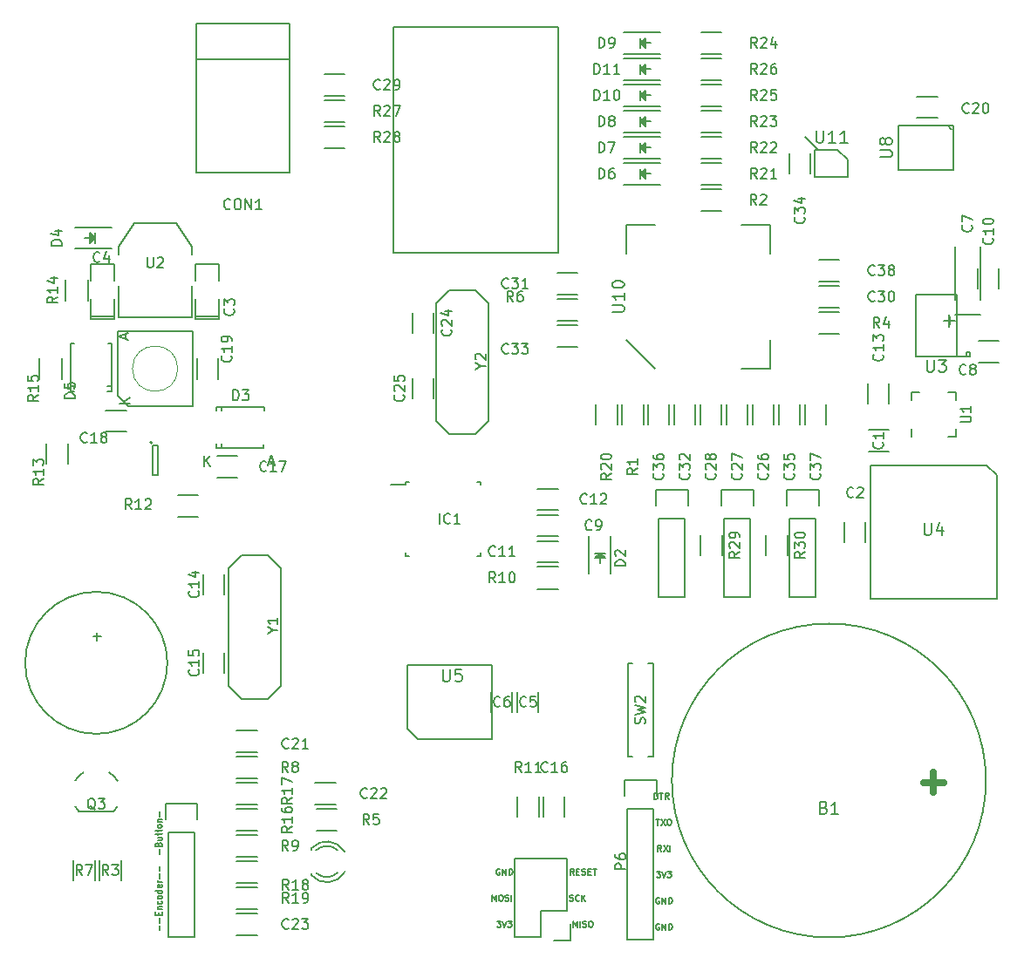
<source format=gto>
G04 #@! TF.FileFunction,Legend,Top*
%FSLAX46Y46*%
G04 Gerber Fmt 4.6, Leading zero omitted, Abs format (unit mm)*
G04 Created by KiCad (PCBNEW 4.0.2-stable) date 5/28/2016 11:57:46 PM*
%MOMM*%
G01*
G04 APERTURE LIST*
%ADD10C,0.127000*%
%ADD11C,0.150000*%
%ADD12C,0.010000*%
%ADD13C,0.635000*%
G04 APERTURE END LIST*
D10*
X55668857Y-169498571D02*
X55668857Y-169041428D01*
X55668857Y-168755714D02*
X55668857Y-168298571D01*
X55583143Y-168012857D02*
X55583143Y-167812857D01*
X55897429Y-167727143D02*
X55897429Y-168012857D01*
X55297429Y-168012857D01*
X55297429Y-167727143D01*
X55497429Y-167470000D02*
X55897429Y-167470000D01*
X55554571Y-167470000D02*
X55526000Y-167441428D01*
X55497429Y-167384286D01*
X55497429Y-167298571D01*
X55526000Y-167241428D01*
X55583143Y-167212857D01*
X55897429Y-167212857D01*
X55868857Y-166670000D02*
X55897429Y-166727143D01*
X55897429Y-166841429D01*
X55868857Y-166898571D01*
X55840286Y-166927143D01*
X55783143Y-166955714D01*
X55611714Y-166955714D01*
X55554571Y-166927143D01*
X55526000Y-166898571D01*
X55497429Y-166841429D01*
X55497429Y-166727143D01*
X55526000Y-166670000D01*
X55897429Y-166327143D02*
X55868857Y-166384285D01*
X55840286Y-166412857D01*
X55783143Y-166441428D01*
X55611714Y-166441428D01*
X55554571Y-166412857D01*
X55526000Y-166384285D01*
X55497429Y-166327143D01*
X55497429Y-166241428D01*
X55526000Y-166184285D01*
X55554571Y-166155714D01*
X55611714Y-166127143D01*
X55783143Y-166127143D01*
X55840286Y-166155714D01*
X55868857Y-166184285D01*
X55897429Y-166241428D01*
X55897429Y-166327143D01*
X55897429Y-165612857D02*
X55297429Y-165612857D01*
X55868857Y-165612857D02*
X55897429Y-165670000D01*
X55897429Y-165784286D01*
X55868857Y-165841428D01*
X55840286Y-165870000D01*
X55783143Y-165898571D01*
X55611714Y-165898571D01*
X55554571Y-165870000D01*
X55526000Y-165841428D01*
X55497429Y-165784286D01*
X55497429Y-165670000D01*
X55526000Y-165612857D01*
X55868857Y-165098571D02*
X55897429Y-165155714D01*
X55897429Y-165270000D01*
X55868857Y-165327143D01*
X55811714Y-165355714D01*
X55583143Y-165355714D01*
X55526000Y-165327143D01*
X55497429Y-165270000D01*
X55497429Y-165155714D01*
X55526000Y-165098571D01*
X55583143Y-165070000D01*
X55640286Y-165070000D01*
X55697429Y-165355714D01*
X55897429Y-164812857D02*
X55497429Y-164812857D01*
X55611714Y-164812857D02*
X55554571Y-164784285D01*
X55526000Y-164755714D01*
X55497429Y-164698571D01*
X55497429Y-164641428D01*
X55668857Y-164441428D02*
X55668857Y-163984285D01*
X55668857Y-163698571D02*
X55668857Y-163241428D01*
X55668857Y-162077142D02*
X55668857Y-161619999D01*
X55583143Y-161134285D02*
X55611714Y-161048571D01*
X55640286Y-161019999D01*
X55697429Y-160991428D01*
X55783143Y-160991428D01*
X55840286Y-161019999D01*
X55868857Y-161048571D01*
X55897429Y-161105713D01*
X55897429Y-161334285D01*
X55297429Y-161334285D01*
X55297429Y-161134285D01*
X55326000Y-161077142D01*
X55354571Y-161048571D01*
X55411714Y-161019999D01*
X55468857Y-161019999D01*
X55526000Y-161048571D01*
X55554571Y-161077142D01*
X55583143Y-161134285D01*
X55583143Y-161334285D01*
X55497429Y-160477142D02*
X55897429Y-160477142D01*
X55497429Y-160734285D02*
X55811714Y-160734285D01*
X55868857Y-160705713D01*
X55897429Y-160648571D01*
X55897429Y-160562856D01*
X55868857Y-160505713D01*
X55840286Y-160477142D01*
X55497429Y-160277142D02*
X55497429Y-160048571D01*
X55297429Y-160191428D02*
X55811714Y-160191428D01*
X55868857Y-160162856D01*
X55897429Y-160105714D01*
X55897429Y-160048571D01*
X55497429Y-159934285D02*
X55497429Y-159705714D01*
X55297429Y-159848571D02*
X55811714Y-159848571D01*
X55868857Y-159819999D01*
X55897429Y-159762857D01*
X55897429Y-159705714D01*
X55897429Y-159420000D02*
X55868857Y-159477142D01*
X55840286Y-159505714D01*
X55783143Y-159534285D01*
X55611714Y-159534285D01*
X55554571Y-159505714D01*
X55526000Y-159477142D01*
X55497429Y-159420000D01*
X55497429Y-159334285D01*
X55526000Y-159277142D01*
X55554571Y-159248571D01*
X55611714Y-159220000D01*
X55783143Y-159220000D01*
X55840286Y-159248571D01*
X55868857Y-159277142D01*
X55897429Y-159334285D01*
X55897429Y-159420000D01*
X55497429Y-158962857D02*
X55897429Y-158962857D01*
X55554571Y-158962857D02*
X55526000Y-158934285D01*
X55497429Y-158877143D01*
X55497429Y-158791428D01*
X55526000Y-158734285D01*
X55583143Y-158705714D01*
X55897429Y-158705714D01*
X55668857Y-158420000D02*
X55668857Y-157962857D01*
X88411142Y-168581429D02*
X88782571Y-168581429D01*
X88582571Y-168810000D01*
X88668285Y-168810000D01*
X88725428Y-168838571D01*
X88753999Y-168867143D01*
X88782571Y-168924286D01*
X88782571Y-169067143D01*
X88753999Y-169124286D01*
X88725428Y-169152857D01*
X88668285Y-169181429D01*
X88496857Y-169181429D01*
X88439714Y-169152857D01*
X88411142Y-169124286D01*
X88954000Y-168581429D02*
X89154000Y-169181429D01*
X89354000Y-168581429D01*
X89496857Y-168581429D02*
X89868286Y-168581429D01*
X89668286Y-168810000D01*
X89754000Y-168810000D01*
X89811143Y-168838571D01*
X89839714Y-168867143D01*
X89868286Y-168924286D01*
X89868286Y-169067143D01*
X89839714Y-169124286D01*
X89811143Y-169152857D01*
X89754000Y-169181429D01*
X89582572Y-169181429D01*
X89525429Y-169152857D01*
X89496857Y-169124286D01*
X87957143Y-166641429D02*
X87957143Y-166041429D01*
X88157143Y-166470000D01*
X88357143Y-166041429D01*
X88357143Y-166641429D01*
X88757143Y-166041429D02*
X88871429Y-166041429D01*
X88928571Y-166070000D01*
X88985714Y-166127143D01*
X89014286Y-166241429D01*
X89014286Y-166441429D01*
X88985714Y-166555714D01*
X88928571Y-166612857D01*
X88871429Y-166641429D01*
X88757143Y-166641429D01*
X88700000Y-166612857D01*
X88642857Y-166555714D01*
X88614286Y-166441429D01*
X88614286Y-166241429D01*
X88642857Y-166127143D01*
X88700000Y-166070000D01*
X88757143Y-166041429D01*
X89242857Y-166612857D02*
X89328571Y-166641429D01*
X89471428Y-166641429D01*
X89528571Y-166612857D01*
X89557142Y-166584286D01*
X89585714Y-166527143D01*
X89585714Y-166470000D01*
X89557142Y-166412857D01*
X89528571Y-166384286D01*
X89471428Y-166355714D01*
X89357142Y-166327143D01*
X89300000Y-166298571D01*
X89271428Y-166270000D01*
X89242857Y-166212857D01*
X89242857Y-166155714D01*
X89271428Y-166098571D01*
X89300000Y-166070000D01*
X89357142Y-166041429D01*
X89500000Y-166041429D01*
X89585714Y-166070000D01*
X89842857Y-166641429D02*
X89842857Y-166041429D01*
X88696858Y-163530000D02*
X88639715Y-163501429D01*
X88554001Y-163501429D01*
X88468286Y-163530000D01*
X88411144Y-163587143D01*
X88382572Y-163644286D01*
X88354001Y-163758571D01*
X88354001Y-163844286D01*
X88382572Y-163958571D01*
X88411144Y-164015714D01*
X88468286Y-164072857D01*
X88554001Y-164101429D01*
X88611144Y-164101429D01*
X88696858Y-164072857D01*
X88725429Y-164044286D01*
X88725429Y-163844286D01*
X88611144Y-163844286D01*
X88982572Y-164101429D02*
X88982572Y-163501429D01*
X89325429Y-164101429D01*
X89325429Y-163501429D01*
X89611143Y-164101429D02*
X89611143Y-163501429D01*
X89754000Y-163501429D01*
X89839715Y-163530000D01*
X89896857Y-163587143D01*
X89925429Y-163644286D01*
X89954000Y-163758571D01*
X89954000Y-163844286D01*
X89925429Y-163958571D01*
X89896857Y-164015714D01*
X89839715Y-164072857D01*
X89754000Y-164101429D01*
X89611143Y-164101429D01*
X95902571Y-164101429D02*
X95702571Y-163815714D01*
X95559714Y-164101429D02*
X95559714Y-163501429D01*
X95788286Y-163501429D01*
X95845428Y-163530000D01*
X95874000Y-163558571D01*
X95902571Y-163615714D01*
X95902571Y-163701429D01*
X95874000Y-163758571D01*
X95845428Y-163787143D01*
X95788286Y-163815714D01*
X95559714Y-163815714D01*
X96159714Y-163787143D02*
X96359714Y-163787143D01*
X96445428Y-164101429D02*
X96159714Y-164101429D01*
X96159714Y-163501429D01*
X96445428Y-163501429D01*
X96674000Y-164072857D02*
X96759714Y-164101429D01*
X96902571Y-164101429D01*
X96959714Y-164072857D01*
X96988285Y-164044286D01*
X97016857Y-163987143D01*
X97016857Y-163930000D01*
X96988285Y-163872857D01*
X96959714Y-163844286D01*
X96902571Y-163815714D01*
X96788285Y-163787143D01*
X96731143Y-163758571D01*
X96702571Y-163730000D01*
X96674000Y-163672857D01*
X96674000Y-163615714D01*
X96702571Y-163558571D01*
X96731143Y-163530000D01*
X96788285Y-163501429D01*
X96931143Y-163501429D01*
X97016857Y-163530000D01*
X97274000Y-163787143D02*
X97474000Y-163787143D01*
X97559714Y-164101429D02*
X97274000Y-164101429D01*
X97274000Y-163501429D01*
X97559714Y-163501429D01*
X97731143Y-163501429D02*
X98074000Y-163501429D01*
X97902571Y-164101429D02*
X97902571Y-163501429D01*
X95494572Y-166612857D02*
X95580286Y-166641429D01*
X95723143Y-166641429D01*
X95780286Y-166612857D01*
X95808857Y-166584286D01*
X95837429Y-166527143D01*
X95837429Y-166470000D01*
X95808857Y-166412857D01*
X95780286Y-166384286D01*
X95723143Y-166355714D01*
X95608857Y-166327143D01*
X95551715Y-166298571D01*
X95523143Y-166270000D01*
X95494572Y-166212857D01*
X95494572Y-166155714D01*
X95523143Y-166098571D01*
X95551715Y-166070000D01*
X95608857Y-166041429D01*
X95751715Y-166041429D01*
X95837429Y-166070000D01*
X96437429Y-166584286D02*
X96408858Y-166612857D01*
X96323144Y-166641429D01*
X96266001Y-166641429D01*
X96180286Y-166612857D01*
X96123144Y-166555714D01*
X96094572Y-166498571D01*
X96066001Y-166384286D01*
X96066001Y-166298571D01*
X96094572Y-166184286D01*
X96123144Y-166127143D01*
X96180286Y-166070000D01*
X96266001Y-166041429D01*
X96323144Y-166041429D01*
X96408858Y-166070000D01*
X96437429Y-166098571D01*
X96694572Y-166641429D02*
X96694572Y-166041429D01*
X97037429Y-166641429D02*
X96780286Y-166298571D01*
X97037429Y-166041429D02*
X96694572Y-166384286D01*
X95831143Y-169181429D02*
X95831143Y-168581429D01*
X96031143Y-169010000D01*
X96231143Y-168581429D01*
X96231143Y-169181429D01*
X96516857Y-169181429D02*
X96516857Y-168581429D01*
X96774000Y-169152857D02*
X96859714Y-169181429D01*
X97002571Y-169181429D01*
X97059714Y-169152857D01*
X97088285Y-169124286D01*
X97116857Y-169067143D01*
X97116857Y-169010000D01*
X97088285Y-168952857D01*
X97059714Y-168924286D01*
X97002571Y-168895714D01*
X96888285Y-168867143D01*
X96831143Y-168838571D01*
X96802571Y-168810000D01*
X96774000Y-168752857D01*
X96774000Y-168695714D01*
X96802571Y-168638571D01*
X96831143Y-168610000D01*
X96888285Y-168581429D01*
X97031143Y-168581429D01*
X97116857Y-168610000D01*
X97488286Y-168581429D02*
X97602572Y-168581429D01*
X97659714Y-168610000D01*
X97716857Y-168667143D01*
X97745429Y-168781429D01*
X97745429Y-168981429D01*
X97716857Y-169095714D01*
X97659714Y-169152857D01*
X97602572Y-169181429D01*
X97488286Y-169181429D01*
X97431143Y-169152857D01*
X97374000Y-169095714D01*
X97345429Y-168981429D01*
X97345429Y-168781429D01*
X97374000Y-168667143D01*
X97431143Y-168610000D01*
X97488286Y-168581429D01*
X103708286Y-156735429D02*
X103708286Y-156135429D01*
X103851143Y-156135429D01*
X103936858Y-156164000D01*
X103994000Y-156221143D01*
X104022572Y-156278286D01*
X104051143Y-156392571D01*
X104051143Y-156478286D01*
X104022572Y-156592571D01*
X103994000Y-156649714D01*
X103936858Y-156706857D01*
X103851143Y-156735429D01*
X103708286Y-156735429D01*
X104222572Y-156135429D02*
X104565429Y-156135429D01*
X104394000Y-156735429D02*
X104394000Y-156135429D01*
X105108286Y-156735429D02*
X104908286Y-156449714D01*
X104765429Y-156735429D02*
X104765429Y-156135429D01*
X104994001Y-156135429D01*
X105051143Y-156164000D01*
X105079715Y-156192571D01*
X105108286Y-156249714D01*
X105108286Y-156335429D01*
X105079715Y-156392571D01*
X105051143Y-156421143D01*
X104994001Y-156449714D01*
X104765429Y-156449714D01*
X103876572Y-158675429D02*
X104219429Y-158675429D01*
X104048000Y-159275429D02*
X104048000Y-158675429D01*
X104362286Y-158675429D02*
X104762286Y-159275429D01*
X104762286Y-158675429D02*
X104362286Y-159275429D01*
X105105144Y-158675429D02*
X105219430Y-158675429D01*
X105276572Y-158704000D01*
X105333715Y-158761143D01*
X105362287Y-158875429D01*
X105362287Y-159075429D01*
X105333715Y-159189714D01*
X105276572Y-159246857D01*
X105219430Y-159275429D01*
X105105144Y-159275429D01*
X105048001Y-159246857D01*
X104990858Y-159189714D01*
X104962287Y-159075429D01*
X104962287Y-158875429D01*
X104990858Y-158761143D01*
X105048001Y-158704000D01*
X105105144Y-158675429D01*
X104405143Y-161815429D02*
X104205143Y-161529714D01*
X104062286Y-161815429D02*
X104062286Y-161215429D01*
X104290858Y-161215429D01*
X104348000Y-161244000D01*
X104376572Y-161272571D01*
X104405143Y-161329714D01*
X104405143Y-161415429D01*
X104376572Y-161472571D01*
X104348000Y-161501143D01*
X104290858Y-161529714D01*
X104062286Y-161529714D01*
X104605143Y-161215429D02*
X105005143Y-161815429D01*
X105005143Y-161215429D02*
X104605143Y-161815429D01*
X105233715Y-161815429D02*
X105233715Y-161215429D01*
X103905142Y-163755429D02*
X104276571Y-163755429D01*
X104076571Y-163984000D01*
X104162285Y-163984000D01*
X104219428Y-164012571D01*
X104247999Y-164041143D01*
X104276571Y-164098286D01*
X104276571Y-164241143D01*
X104247999Y-164298286D01*
X104219428Y-164326857D01*
X104162285Y-164355429D01*
X103990857Y-164355429D01*
X103933714Y-164326857D01*
X103905142Y-164298286D01*
X104448000Y-163755429D02*
X104648000Y-164355429D01*
X104848000Y-163755429D01*
X104990857Y-163755429D02*
X105362286Y-163755429D01*
X105162286Y-163984000D01*
X105248000Y-163984000D01*
X105305143Y-164012571D01*
X105333714Y-164041143D01*
X105362286Y-164098286D01*
X105362286Y-164241143D01*
X105333714Y-164298286D01*
X105305143Y-164326857D01*
X105248000Y-164355429D01*
X105076572Y-164355429D01*
X105019429Y-164326857D01*
X104990857Y-164298286D01*
X104190858Y-166324000D02*
X104133715Y-166295429D01*
X104048001Y-166295429D01*
X103962286Y-166324000D01*
X103905144Y-166381143D01*
X103876572Y-166438286D01*
X103848001Y-166552571D01*
X103848001Y-166638286D01*
X103876572Y-166752571D01*
X103905144Y-166809714D01*
X103962286Y-166866857D01*
X104048001Y-166895429D01*
X104105144Y-166895429D01*
X104190858Y-166866857D01*
X104219429Y-166838286D01*
X104219429Y-166638286D01*
X104105144Y-166638286D01*
X104476572Y-166895429D02*
X104476572Y-166295429D01*
X104819429Y-166895429D01*
X104819429Y-166295429D01*
X105105143Y-166895429D02*
X105105143Y-166295429D01*
X105248000Y-166295429D01*
X105333715Y-166324000D01*
X105390857Y-166381143D01*
X105419429Y-166438286D01*
X105448000Y-166552571D01*
X105448000Y-166638286D01*
X105419429Y-166752571D01*
X105390857Y-166809714D01*
X105333715Y-166866857D01*
X105248000Y-166895429D01*
X105105143Y-166895429D01*
X104190858Y-168864000D02*
X104133715Y-168835429D01*
X104048001Y-168835429D01*
X103962286Y-168864000D01*
X103905144Y-168921143D01*
X103876572Y-168978286D01*
X103848001Y-169092571D01*
X103848001Y-169178286D01*
X103876572Y-169292571D01*
X103905144Y-169349714D01*
X103962286Y-169406857D01*
X104048001Y-169435429D01*
X104105144Y-169435429D01*
X104190858Y-169406857D01*
X104219429Y-169378286D01*
X104219429Y-169178286D01*
X104105144Y-169178286D01*
X104476572Y-169435429D02*
X104476572Y-168835429D01*
X104819429Y-169435429D01*
X104819429Y-168835429D01*
X105105143Y-169435429D02*
X105105143Y-168835429D01*
X105248000Y-168835429D01*
X105333715Y-168864000D01*
X105390857Y-168921143D01*
X105419429Y-168978286D01*
X105448000Y-169092571D01*
X105448000Y-169178286D01*
X105419429Y-169292571D01*
X105390857Y-169349714D01*
X105333715Y-169406857D01*
X105248000Y-169435429D01*
X105105143Y-169435429D01*
D11*
X103750000Y-114950000D02*
X100950000Y-112150000D01*
X100950000Y-103750000D02*
X100950000Y-100950000D01*
X100950000Y-100950000D02*
X103750000Y-100950000D01*
X114950000Y-112150000D02*
X114950000Y-114950000D01*
X114950000Y-114950000D02*
X112150000Y-114950000D01*
X114950000Y-103750000D02*
X114950000Y-100950000D01*
X114950000Y-100950000D02*
X112150000Y-100950000D01*
X132334000Y-91440000D02*
G75*
G03X132588000Y-91694000I254000J0D01*
G01*
X132723000Y-95622000D02*
X132723000Y-91322000D01*
X132723000Y-91322000D02*
X127373000Y-91322000D01*
X127373000Y-91322000D02*
X127373000Y-95622000D01*
X127373000Y-95622000D02*
X132723000Y-95622000D01*
X48280001Y-154160000D02*
G75*
G03X47480000Y-154960000I1249999J-2050000D01*
G01*
X50779999Y-154160000D02*
G75*
G02X51580000Y-154960000I-1249999J-2050000D01*
G01*
X47491274Y-157484203D02*
G75*
G03X47830000Y-157910000I2038726J1274203D01*
G01*
X51568726Y-157484203D02*
G75*
G02X51230000Y-157910000I-2038726J1274203D01*
G01*
X47830000Y-157910000D02*
X51230000Y-157910000D01*
X70413000Y-164128000D02*
X70413000Y-163928000D01*
X70413000Y-161534000D02*
X70413000Y-161714000D01*
X73640744Y-161844357D02*
G75*
G03X70413000Y-161528000I-1727744J-1003643D01*
G01*
X72965006Y-161714932D02*
G75*
G03X70862000Y-161714000I-1052006J-1133068D01*
G01*
X70425780Y-164154726D02*
G75*
G03X73663000Y-163808000I1497220J1306726D01*
G01*
X70899111Y-163927253D02*
G75*
G03X72947000Y-163908000I1013889J1079253D01*
G01*
X135890000Y-154940000D02*
G75*
G03X135890000Y-154940000I-15240000J0D01*
G01*
X124215000Y-131810000D02*
X124215000Y-129810000D01*
X122165000Y-129810000D02*
X122165000Y-131810000D01*
X59182000Y-109855000D02*
X59182000Y-110109000D01*
X59182000Y-110109000D02*
X61468000Y-110109000D01*
X61468000Y-110109000D02*
X61468000Y-109855000D01*
X59182000Y-109855000D02*
X61468000Y-109855000D01*
X61468000Y-109855000D02*
X61468000Y-108204000D01*
X59182000Y-106426000D02*
X59182000Y-104775000D01*
X59182000Y-104775000D02*
X61468000Y-104775000D01*
X61468000Y-104775000D02*
X61468000Y-106426000D01*
X59182000Y-108204000D02*
X59182000Y-109855000D01*
X49022000Y-109855000D02*
X49022000Y-110109000D01*
X49022000Y-110109000D02*
X51308000Y-110109000D01*
X51308000Y-110109000D02*
X51308000Y-109855000D01*
X49022000Y-109855000D02*
X51308000Y-109855000D01*
X51308000Y-109855000D02*
X51308000Y-108204000D01*
X49022000Y-106426000D02*
X49022000Y-104775000D01*
X49022000Y-104775000D02*
X51308000Y-104775000D01*
X51308000Y-104775000D02*
X51308000Y-106426000D01*
X49022000Y-108204000D02*
X49022000Y-109855000D01*
X90415000Y-146320000D02*
X90415000Y-148320000D01*
X92465000Y-148320000D02*
X92465000Y-146320000D01*
X87875000Y-146320000D02*
X87875000Y-148320000D01*
X89925000Y-148320000D02*
X89925000Y-146320000D01*
X116840000Y-129540000D02*
X116840000Y-137160000D01*
X119380000Y-129540000D02*
X119380000Y-137160000D01*
X119660000Y-126720000D02*
X119660000Y-128270000D01*
X116840000Y-137160000D02*
X119380000Y-137160000D01*
X119380000Y-129540000D02*
X116840000Y-129540000D01*
X116560000Y-128270000D02*
X116560000Y-126720000D01*
X116560000Y-126720000D02*
X119660000Y-126720000D01*
X104140000Y-129540000D02*
X104140000Y-137160000D01*
X106680000Y-129540000D02*
X106680000Y-137160000D01*
X106960000Y-126720000D02*
X106960000Y-128270000D01*
X104140000Y-137160000D02*
X106680000Y-137160000D01*
X106680000Y-129540000D02*
X104140000Y-129540000D01*
X103860000Y-128270000D02*
X103860000Y-126720000D01*
X103860000Y-126720000D02*
X106960000Y-126720000D01*
X110490000Y-129540000D02*
X110490000Y-137160000D01*
X113030000Y-129540000D02*
X113030000Y-137160000D01*
X113310000Y-126720000D02*
X113310000Y-128270000D01*
X110490000Y-137160000D02*
X113030000Y-137160000D01*
X113030000Y-129540000D02*
X110490000Y-129540000D01*
X110210000Y-128270000D02*
X110210000Y-126720000D01*
X110210000Y-126720000D02*
X113310000Y-126720000D01*
X49805000Y-164670000D02*
X49805000Y-162670000D01*
X51955000Y-162670000D02*
X51955000Y-164670000D01*
X72882000Y-159825000D02*
X70882000Y-159825000D01*
X70882000Y-157675000D02*
X72882000Y-157675000D01*
X47265000Y-164670000D02*
X47265000Y-162670000D01*
X49415000Y-162670000D02*
X49415000Y-164670000D01*
X51689000Y-106934000D02*
X51689000Y-109982000D01*
X51689000Y-109982000D02*
X58801000Y-109982000D01*
X58801000Y-109982000D02*
X58801000Y-106934000D01*
X51689000Y-103886000D02*
X51689000Y-103124000D01*
X51689000Y-103124000D02*
X53213000Y-100838000D01*
X53213000Y-100838000D02*
X57277000Y-100838000D01*
X57277000Y-100838000D02*
X58801000Y-103124000D01*
X58801000Y-103124000D02*
X58801000Y-103886000D01*
X136960000Y-125295000D02*
X135960000Y-124295000D01*
X135960000Y-124295000D02*
X124660000Y-124295000D01*
X124660000Y-124295000D02*
X124660000Y-137325000D01*
X124660000Y-137325000D02*
X136960000Y-137325000D01*
X136960000Y-137325000D02*
X136960000Y-125295000D01*
X79720000Y-149945000D02*
X80720000Y-150945000D01*
X80720000Y-150945000D02*
X87920000Y-150945000D01*
X87920000Y-150945000D02*
X87920000Y-143695000D01*
X87920000Y-143695000D02*
X79720000Y-143695000D01*
X79720000Y-143695000D02*
X79720000Y-149945000D01*
X56430000Y-143510000D02*
G75*
G03X56430000Y-143510000I-6900000J0D01*
G01*
X65135000Y-154745000D02*
X63135000Y-154745000D01*
X63135000Y-152595000D02*
X65135000Y-152595000D01*
X126476000Y-120895000D02*
X124476000Y-120895000D01*
X124476000Y-122945000D02*
X126476000Y-122945000D01*
X135310880Y-108264960D02*
X135310880Y-103063040D01*
X132913120Y-103063040D02*
X132913120Y-108264960D01*
X131813300Y-110263940D02*
X132913120Y-110263940D01*
X132313680Y-110863380D02*
X132313680Y-109664500D01*
X132913120Y-109659420D02*
X135310880Y-109659420D01*
X137144000Y-112259000D02*
X135144000Y-112259000D01*
X135144000Y-114309000D02*
X137144000Y-114309000D01*
X94345000Y-129150000D02*
X92345000Y-129150000D01*
X92345000Y-131200000D02*
X94345000Y-131200000D01*
X135119000Y-105172000D02*
X135119000Y-107172000D01*
X137169000Y-107172000D02*
X137169000Y-105172000D01*
X94345000Y-131690000D02*
X92345000Y-131690000D01*
X92345000Y-133740000D02*
X94345000Y-133740000D01*
X94345000Y-126610000D02*
X92345000Y-126610000D01*
X92345000Y-128660000D02*
X94345000Y-128660000D01*
X126501000Y-118348000D02*
X126501000Y-116348000D01*
X124451000Y-116348000D02*
X124451000Y-118348000D01*
X61985000Y-136890000D02*
X61985000Y-134890000D01*
X59935000Y-134890000D02*
X59935000Y-136890000D01*
X59935000Y-142510000D02*
X59935000Y-144510000D01*
X61985000Y-144510000D02*
X61985000Y-142510000D01*
X92955000Y-156480000D02*
X92955000Y-158480000D01*
X95005000Y-158480000D02*
X95005000Y-156480000D01*
X63230000Y-123435000D02*
X61230000Y-123435000D01*
X61230000Y-125485000D02*
X63230000Y-125485000D01*
X52435000Y-118990000D02*
X50435000Y-118990000D01*
X50435000Y-121040000D02*
X52435000Y-121040000D01*
X61350000Y-115935000D02*
X61350000Y-113935000D01*
X59300000Y-113935000D02*
X59300000Y-115935000D01*
X129175000Y-90560000D02*
X131175000Y-90560000D01*
X131175000Y-88510000D02*
X129175000Y-88510000D01*
D12*
X57445000Y-114935000D02*
G75*
G03X57445000Y-114935000I-2200000J0D01*
G01*
D11*
X51595000Y-117585000D02*
X52595000Y-118585000D01*
X52595000Y-118585000D02*
X58895000Y-118585000D01*
X58895000Y-118585000D02*
X58895000Y-111285000D01*
X58895000Y-111285000D02*
X51595000Y-111285000D01*
X51595000Y-111285000D02*
X51595000Y-117585000D01*
X94345000Y-136330000D02*
X92345000Y-136330000D01*
X92345000Y-134180000D02*
X94345000Y-134180000D01*
X92515000Y-156480000D02*
X92515000Y-158480000D01*
X90365000Y-158480000D02*
X90365000Y-156480000D01*
X57420000Y-127195000D02*
X59420000Y-127195000D01*
X59420000Y-129345000D02*
X57420000Y-129345000D01*
X44645000Y-124190000D02*
X44645000Y-122190000D01*
X46795000Y-122190000D02*
X46795000Y-124190000D01*
X48700000Y-106315000D02*
X48700000Y-108315000D01*
X46550000Y-108315000D02*
X46550000Y-106315000D01*
X44010000Y-115935000D02*
X44010000Y-113935000D01*
X46160000Y-113935000D02*
X46160000Y-115935000D01*
X128635000Y-117205000D02*
X129435000Y-117205000D01*
X132985000Y-121555000D02*
X132185000Y-121555000D01*
X132985000Y-117205000D02*
X132185000Y-117205000D01*
X128635000Y-121555000D02*
X128635000Y-120755000D01*
X132985000Y-121555000D02*
X132985000Y-120755000D01*
X132985000Y-117205000D02*
X132985000Y-118005000D01*
X128635000Y-117205000D02*
X128635000Y-118005000D01*
X133064000Y-113744000D02*
X134364000Y-113744000D01*
X134364000Y-113744000D02*
X134364000Y-113344000D01*
X134364000Y-113344000D02*
X133964000Y-113344000D01*
X133964000Y-113344000D02*
X133964000Y-113744000D01*
X129064000Y-113744000D02*
X133064000Y-113744000D01*
X133064000Y-113744000D02*
X133064000Y-107744000D01*
X133064000Y-107744000D02*
X129064000Y-107744000D01*
X129064000Y-107744000D02*
X129064000Y-113744000D01*
X54945000Y-122125000D02*
G75*
G03X54945000Y-122125000I-100000J0D01*
G01*
X55495000Y-122375000D02*
X54995000Y-122375000D01*
X55495000Y-125275000D02*
X55495000Y-122375000D01*
X54995000Y-125275000D02*
X55495000Y-125275000D01*
X54995000Y-122375000D02*
X54995000Y-125275000D01*
X97375000Y-131200000D02*
X97375000Y-134800000D01*
X99475000Y-131200000D02*
X99475000Y-134800000D01*
X98725000Y-133250000D02*
X98125000Y-133250000D01*
X98125000Y-133250000D02*
X98425000Y-132950000D01*
X98425000Y-132950000D02*
X98625000Y-133150000D01*
X98625000Y-133150000D02*
X98375000Y-133150000D01*
X98375000Y-133150000D02*
X98425000Y-133100000D01*
X98925000Y-132850000D02*
X97925000Y-132850000D01*
X98425000Y-133350000D02*
X98425000Y-133850000D01*
X98425000Y-132850000D02*
X98925000Y-133350000D01*
X98925000Y-133350000D02*
X97925000Y-133350000D01*
X97925000Y-133350000D02*
X98425000Y-132850000D01*
X51045000Y-101185000D02*
X47445000Y-101185000D01*
X51045000Y-103285000D02*
X47445000Y-103285000D01*
X48995000Y-102535000D02*
X48995000Y-101935000D01*
X48995000Y-101935000D02*
X49295000Y-102235000D01*
X49295000Y-102235000D02*
X49095000Y-102435000D01*
X49095000Y-102435000D02*
X49095000Y-102185000D01*
X49095000Y-102185000D02*
X49145000Y-102235000D01*
X49395000Y-102735000D02*
X49395000Y-101735000D01*
X48895000Y-102235000D02*
X48395000Y-102235000D01*
X49395000Y-102235000D02*
X48895000Y-102735000D01*
X48895000Y-102735000D02*
X48895000Y-101735000D01*
X48895000Y-101735000D02*
X49395000Y-102235000D01*
X79560000Y-125915000D02*
X79560000Y-126240000D01*
X86810000Y-125915000D02*
X86810000Y-126240000D01*
X86810000Y-133165000D02*
X86810000Y-132840000D01*
X79560000Y-133165000D02*
X79560000Y-132840000D01*
X79560000Y-125915000D02*
X79885000Y-125915000D01*
X79560000Y-133165000D02*
X79885000Y-133165000D01*
X86810000Y-133165000D02*
X86485000Y-133165000D01*
X86810000Y-125915000D02*
X86485000Y-125915000D01*
X79560000Y-126240000D02*
X78135000Y-126240000D01*
X103112000Y-152582000D02*
X103612000Y-152582000D01*
X103612000Y-152582000D02*
X103612000Y-143582000D01*
X103612000Y-143582000D02*
X103112000Y-143582000D01*
X101612000Y-143582000D02*
X101112000Y-143582000D01*
X101112000Y-143582000D02*
X101112000Y-152582000D01*
X101112000Y-152582000D02*
X101612000Y-152582000D01*
X66190000Y-133015000D02*
X67460000Y-134285000D01*
X67460000Y-145715000D02*
X66190000Y-146985000D01*
X63650000Y-146985000D02*
X62380000Y-145715000D01*
X63650000Y-133015000D02*
X62380000Y-134285000D01*
X67460000Y-134285000D02*
X67460000Y-145715000D01*
X66190000Y-133015000D02*
X63650000Y-133015000D01*
X62380000Y-134285000D02*
X62380000Y-145715000D01*
X63650000Y-146985000D02*
X66190000Y-146985000D01*
X103632000Y-157734000D02*
X103632000Y-170434000D01*
X103632000Y-170434000D02*
X101092000Y-170434000D01*
X101092000Y-170434000D02*
X101092000Y-157734000D01*
X103912000Y-154914000D02*
X103912000Y-156464000D01*
X103632000Y-157734000D02*
X101092000Y-157734000D01*
X100812000Y-156464000D02*
X100812000Y-154914000D01*
X100812000Y-154914000D02*
X103912000Y-154914000D01*
X63135000Y-152155000D02*
X65135000Y-152155000D01*
X65135000Y-150105000D02*
X63135000Y-150105000D01*
X72755000Y-155185000D02*
X70755000Y-155185000D01*
X70755000Y-157235000D02*
X72755000Y-157235000D01*
X63135000Y-169935000D02*
X65135000Y-169935000D01*
X65135000Y-167885000D02*
X63135000Y-167885000D01*
X65135000Y-162365000D02*
X63135000Y-162365000D01*
X63135000Y-160215000D02*
X65135000Y-160215000D01*
X65135000Y-159825000D02*
X63135000Y-159825000D01*
X63135000Y-157675000D02*
X65135000Y-157675000D01*
X65135000Y-157285000D02*
X63135000Y-157285000D01*
X63135000Y-155135000D02*
X65135000Y-155135000D01*
X65135000Y-164905000D02*
X63135000Y-164905000D01*
X63135000Y-162755000D02*
X65135000Y-162755000D01*
X65135000Y-167445000D02*
X63135000Y-167445000D01*
X63135000Y-165295000D02*
X65135000Y-165295000D01*
X56235000Y-158750000D02*
X56235000Y-157200000D01*
X56235000Y-157200000D02*
X59335000Y-157200000D01*
X59335000Y-157200000D02*
X59335000Y-158750000D01*
X59055000Y-160020000D02*
X59055000Y-170180000D01*
X59055000Y-170180000D02*
X56515000Y-170180000D01*
X56515000Y-170180000D02*
X56515000Y-160020000D01*
X59055000Y-160020000D02*
X56515000Y-160020000D01*
X82305000Y-111490000D02*
X82305000Y-109490000D01*
X80255000Y-109490000D02*
X80255000Y-111490000D01*
X80255000Y-115840000D02*
X80255000Y-117840000D01*
X82305000Y-117840000D02*
X82305000Y-115840000D01*
X115325000Y-120380000D02*
X115325000Y-118380000D01*
X113275000Y-118380000D02*
X113275000Y-120380000D01*
X112785000Y-120380000D02*
X112785000Y-118380000D01*
X110735000Y-118380000D02*
X110735000Y-120380000D01*
X110245000Y-120380000D02*
X110245000Y-118380000D01*
X108195000Y-118380000D02*
X108195000Y-120380000D01*
X73644000Y-86351000D02*
X71644000Y-86351000D01*
X71644000Y-88401000D02*
X73644000Y-88401000D01*
X121650000Y-106925000D02*
X119650000Y-106925000D01*
X119650000Y-108975000D02*
X121650000Y-108975000D01*
X94250000Y-107705000D02*
X96250000Y-107705000D01*
X96250000Y-105655000D02*
X94250000Y-105655000D01*
X107705000Y-120380000D02*
X107705000Y-118380000D01*
X105655000Y-118380000D02*
X105655000Y-120380000D01*
X94250000Y-110245000D02*
X96250000Y-110245000D01*
X96250000Y-108195000D02*
X94250000Y-108195000D01*
X117865000Y-120380000D02*
X117865000Y-118380000D01*
X115815000Y-118380000D02*
X115815000Y-120380000D01*
X105165000Y-120380000D02*
X105165000Y-118380000D01*
X103115000Y-118380000D02*
X103115000Y-120380000D01*
X120405000Y-120380000D02*
X120405000Y-118380000D01*
X118355000Y-118380000D02*
X118355000Y-120380000D01*
X121650000Y-104385000D02*
X119650000Y-104385000D01*
X119650000Y-106435000D02*
X121650000Y-106435000D01*
X100720000Y-97062000D02*
X104320000Y-97062000D01*
X100720000Y-94962000D02*
X104320000Y-94962000D01*
X102770000Y-95712000D02*
X102770000Y-96312000D01*
X102770000Y-96312000D02*
X102470000Y-96012000D01*
X102470000Y-96012000D02*
X102670000Y-95812000D01*
X102670000Y-95812000D02*
X102670000Y-96062000D01*
X102670000Y-96062000D02*
X102620000Y-96012000D01*
X102370000Y-95512000D02*
X102370000Y-96512000D01*
X102870000Y-96012000D02*
X103370000Y-96012000D01*
X102370000Y-96012000D02*
X102870000Y-95512000D01*
X102870000Y-95512000D02*
X102870000Y-96512000D01*
X102870000Y-96512000D02*
X102370000Y-96012000D01*
X100720000Y-94522000D02*
X104320000Y-94522000D01*
X100720000Y-92422000D02*
X104320000Y-92422000D01*
X102770000Y-93172000D02*
X102770000Y-93772000D01*
X102770000Y-93772000D02*
X102470000Y-93472000D01*
X102470000Y-93472000D02*
X102670000Y-93272000D01*
X102670000Y-93272000D02*
X102670000Y-93522000D01*
X102670000Y-93522000D02*
X102620000Y-93472000D01*
X102370000Y-92972000D02*
X102370000Y-93972000D01*
X102870000Y-93472000D02*
X103370000Y-93472000D01*
X102370000Y-93472000D02*
X102870000Y-92972000D01*
X102870000Y-92972000D02*
X102870000Y-93972000D01*
X102870000Y-93972000D02*
X102370000Y-93472000D01*
X100720000Y-91982000D02*
X104320000Y-91982000D01*
X100720000Y-89882000D02*
X104320000Y-89882000D01*
X102770000Y-90632000D02*
X102770000Y-91232000D01*
X102770000Y-91232000D02*
X102470000Y-90932000D01*
X102470000Y-90932000D02*
X102670000Y-90732000D01*
X102670000Y-90732000D02*
X102670000Y-90982000D01*
X102670000Y-90982000D02*
X102620000Y-90932000D01*
X102370000Y-90432000D02*
X102370000Y-91432000D01*
X102870000Y-90932000D02*
X103370000Y-90932000D01*
X102370000Y-90932000D02*
X102870000Y-90432000D01*
X102870000Y-90432000D02*
X102870000Y-91432000D01*
X102870000Y-91432000D02*
X102370000Y-90932000D01*
X100720000Y-84362000D02*
X104320000Y-84362000D01*
X100720000Y-82262000D02*
X104320000Y-82262000D01*
X102770000Y-83012000D02*
X102770000Y-83612000D01*
X102770000Y-83612000D02*
X102470000Y-83312000D01*
X102470000Y-83312000D02*
X102670000Y-83112000D01*
X102670000Y-83112000D02*
X102670000Y-83362000D01*
X102670000Y-83362000D02*
X102620000Y-83312000D01*
X102370000Y-82812000D02*
X102370000Y-83812000D01*
X102870000Y-83312000D02*
X103370000Y-83312000D01*
X102370000Y-83312000D02*
X102870000Y-82812000D01*
X102870000Y-82812000D02*
X102870000Y-83812000D01*
X102870000Y-83812000D02*
X102370000Y-83312000D01*
X100720000Y-89442000D02*
X104320000Y-89442000D01*
X100720000Y-87342000D02*
X104320000Y-87342000D01*
X102770000Y-88092000D02*
X102770000Y-88692000D01*
X102770000Y-88692000D02*
X102470000Y-88392000D01*
X102470000Y-88392000D02*
X102670000Y-88192000D01*
X102670000Y-88192000D02*
X102670000Y-88442000D01*
X102670000Y-88442000D02*
X102620000Y-88392000D01*
X102370000Y-87892000D02*
X102370000Y-88892000D01*
X102870000Y-88392000D02*
X103370000Y-88392000D01*
X102370000Y-88392000D02*
X102870000Y-87892000D01*
X102870000Y-87892000D02*
X102870000Y-88892000D01*
X102870000Y-88892000D02*
X102370000Y-88392000D01*
X100720000Y-86902000D02*
X104320000Y-86902000D01*
X100720000Y-84802000D02*
X104320000Y-84802000D01*
X102770000Y-85552000D02*
X102770000Y-86152000D01*
X102770000Y-86152000D02*
X102470000Y-85852000D01*
X102470000Y-85852000D02*
X102670000Y-85652000D01*
X102670000Y-85652000D02*
X102670000Y-85902000D01*
X102670000Y-85902000D02*
X102620000Y-85852000D01*
X102370000Y-85352000D02*
X102370000Y-86352000D01*
X102870000Y-85852000D02*
X103370000Y-85852000D01*
X102370000Y-85852000D02*
X102870000Y-85352000D01*
X102870000Y-85352000D02*
X102870000Y-86352000D01*
X102870000Y-86352000D02*
X102370000Y-85852000D01*
X78360000Y-81710000D02*
X78360000Y-103710000D01*
X78360000Y-103710000D02*
X94360000Y-103710000D01*
X94360000Y-103710000D02*
X94360000Y-81710000D01*
X94360000Y-81710000D02*
X78360000Y-81710000D01*
X95250000Y-167640000D02*
X95250000Y-162560000D01*
X95530000Y-170460000D02*
X93980000Y-170460000D01*
X92710000Y-170180000D02*
X92710000Y-167640000D01*
X92710000Y-167640000D02*
X95250000Y-167640000D01*
X95250000Y-162560000D02*
X90170000Y-162560000D01*
X90170000Y-162560000D02*
X90170000Y-167640000D01*
X95530000Y-170460000D02*
X95530000Y-168910000D01*
X90170000Y-170180000D02*
X92710000Y-170180000D01*
X90170000Y-167640000D02*
X90170000Y-170180000D01*
X102675000Y-118380000D02*
X102675000Y-120380000D01*
X100525000Y-120380000D02*
X100525000Y-118380000D01*
X108220000Y-97477000D02*
X110220000Y-97477000D01*
X110220000Y-99627000D02*
X108220000Y-99627000D01*
X119650000Y-109415000D02*
X121650000Y-109415000D01*
X121650000Y-111565000D02*
X119650000Y-111565000D01*
X96250000Y-112835000D02*
X94250000Y-112835000D01*
X94250000Y-110685000D02*
X96250000Y-110685000D01*
X97985000Y-120380000D02*
X97985000Y-118380000D01*
X100135000Y-118380000D02*
X100135000Y-120380000D01*
X110220000Y-97087000D02*
X108220000Y-97087000D01*
X108220000Y-94937000D02*
X110220000Y-94937000D01*
X110220000Y-94547000D02*
X108220000Y-94547000D01*
X108220000Y-92397000D02*
X110220000Y-92397000D01*
X110220000Y-92007000D02*
X108220000Y-92007000D01*
X108220000Y-89857000D02*
X110220000Y-89857000D01*
X110220000Y-84387000D02*
X108220000Y-84387000D01*
X108220000Y-82237000D02*
X110220000Y-82237000D01*
X110220000Y-89467000D02*
X108220000Y-89467000D01*
X108220000Y-87317000D02*
X110220000Y-87317000D01*
X110220000Y-86927000D02*
X108220000Y-86927000D01*
X108220000Y-84777000D02*
X110220000Y-84777000D01*
X71644000Y-88841000D02*
X73644000Y-88841000D01*
X73644000Y-90991000D02*
X71644000Y-90991000D01*
X71644000Y-91381000D02*
X73644000Y-91381000D01*
X73644000Y-93531000D02*
X71644000Y-93531000D01*
X108145000Y-133080000D02*
X108145000Y-131080000D01*
X110295000Y-131080000D02*
X110295000Y-133080000D01*
X114495000Y-133080000D02*
X114495000Y-131080000D01*
X116645000Y-131080000D02*
X116645000Y-133080000D01*
X86360000Y-107315000D02*
X87630000Y-108585000D01*
X87630000Y-120015000D02*
X86360000Y-121285000D01*
X83820000Y-121285000D02*
X82550000Y-120015000D01*
X83820000Y-107315000D02*
X82550000Y-108585000D01*
X87630000Y-108585000D02*
X87630000Y-120015000D01*
X86360000Y-107315000D02*
X83820000Y-107315000D01*
X82550000Y-108585000D02*
X82550000Y-120015000D01*
X83820000Y-121285000D02*
X86360000Y-121285000D01*
X118881000Y-95996000D02*
X118881000Y-93996000D01*
X116831000Y-93996000D02*
X116831000Y-95996000D01*
X119634000Y-93726000D02*
X118364000Y-92456000D01*
X122504000Y-94646000D02*
X121504000Y-93646000D01*
X121504000Y-93646000D02*
X119304000Y-93646000D01*
X119304000Y-93646000D02*
X119304000Y-96346000D01*
X119304000Y-96346000D02*
X122504000Y-96346000D01*
X122504000Y-96346000D02*
X122504000Y-94646000D01*
X50822000Y-117114320D02*
X50622200Y-117114320D01*
X50772000Y-116657280D02*
X50623000Y-116657280D01*
X50822000Y-112511840D02*
X50673000Y-112511840D01*
X47222000Y-117109240D02*
X47371000Y-117109240D01*
X47222000Y-116657280D02*
X47371000Y-116657280D01*
X47222000Y-112506760D02*
X47371000Y-112506760D01*
X50970980Y-116657280D02*
X50772860Y-116657280D01*
X47023020Y-116657280D02*
X47221140Y-116657280D01*
X51018440Y-112511840D02*
X50820320Y-112511840D01*
X51018440Y-117114320D02*
X51018440Y-112511840D01*
X51018440Y-117114320D02*
X50820320Y-117114320D01*
X47023020Y-117109240D02*
X47221140Y-117109240D01*
X47023020Y-117109240D02*
X47023020Y-112506760D01*
X47023020Y-112506760D02*
X47221140Y-112506760D01*
X61193680Y-122450000D02*
X61193680Y-122250200D01*
X61650720Y-122400000D02*
X61650720Y-122251000D01*
X65796160Y-122450000D02*
X65796160Y-122301000D01*
X61198760Y-118850000D02*
X61198760Y-118999000D01*
X61650720Y-118850000D02*
X61650720Y-118999000D01*
X65801240Y-118850000D02*
X65801240Y-118999000D01*
X61650720Y-122598980D02*
X61650720Y-122400860D01*
X61650720Y-118651020D02*
X61650720Y-118849140D01*
X65796160Y-122646440D02*
X65796160Y-122448320D01*
X61193680Y-122646440D02*
X65796160Y-122646440D01*
X61193680Y-122646440D02*
X61193680Y-122448320D01*
X61198760Y-118651020D02*
X61198760Y-118849140D01*
X61198760Y-118651020D02*
X65801240Y-118651020D01*
X65801240Y-118651020D02*
X65801240Y-118849140D01*
X68254880Y-84899500D02*
X59253120Y-84899500D01*
X68254880Y-81399380D02*
X59253120Y-81399380D01*
X59253120Y-81399380D02*
X59253120Y-95900240D01*
X59253120Y-95900240D02*
X68254880Y-95900240D01*
X68254880Y-95900240D02*
X68254880Y-81399380D01*
X99592857Y-109435714D02*
X100564286Y-109435714D01*
X100678571Y-109378571D01*
X100735714Y-109321428D01*
X100792857Y-109207142D01*
X100792857Y-108978571D01*
X100735714Y-108864285D01*
X100678571Y-108807142D01*
X100564286Y-108749999D01*
X99592857Y-108749999D01*
X100792857Y-107549999D02*
X100792857Y-108235714D01*
X100792857Y-107892856D02*
X99592857Y-107892856D01*
X99764286Y-108007142D01*
X99878571Y-108121428D01*
X99935714Y-108235714D01*
X99592857Y-106807142D02*
X99592857Y-106692857D01*
X99650000Y-106578571D01*
X99707143Y-106521428D01*
X99821429Y-106464285D01*
X100050000Y-106407142D01*
X100335714Y-106407142D01*
X100564286Y-106464285D01*
X100678571Y-106521428D01*
X100735714Y-106578571D01*
X100792857Y-106692857D01*
X100792857Y-106807142D01*
X100735714Y-106921428D01*
X100678571Y-106978571D01*
X100564286Y-107035714D01*
X100335714Y-107092857D01*
X100050000Y-107092857D01*
X99821429Y-107035714D01*
X99707143Y-106978571D01*
X99650000Y-106921428D01*
X99592857Y-106807142D01*
X125580857Y-94386286D02*
X126552286Y-94386286D01*
X126666571Y-94329143D01*
X126723714Y-94272000D01*
X126780857Y-94157714D01*
X126780857Y-93929143D01*
X126723714Y-93814857D01*
X126666571Y-93757714D01*
X126552286Y-93700571D01*
X125580857Y-93700571D01*
X126095143Y-92957714D02*
X126038000Y-93072000D01*
X125980857Y-93129143D01*
X125866571Y-93186286D01*
X125809429Y-93186286D01*
X125695143Y-93129143D01*
X125638000Y-93072000D01*
X125580857Y-92957714D01*
X125580857Y-92729143D01*
X125638000Y-92614857D01*
X125695143Y-92557714D01*
X125809429Y-92500571D01*
X125866571Y-92500571D01*
X125980857Y-92557714D01*
X126038000Y-92614857D01*
X126095143Y-92729143D01*
X126095143Y-92957714D01*
X126152286Y-93072000D01*
X126209429Y-93129143D01*
X126323714Y-93186286D01*
X126552286Y-93186286D01*
X126666571Y-93129143D01*
X126723714Y-93072000D01*
X126780857Y-92957714D01*
X126780857Y-92729143D01*
X126723714Y-92614857D01*
X126666571Y-92557714D01*
X126552286Y-92500571D01*
X126323714Y-92500571D01*
X126209429Y-92557714D01*
X126152286Y-92614857D01*
X126095143Y-92729143D01*
X49434762Y-157773619D02*
X49339524Y-157726000D01*
X49244286Y-157630762D01*
X49101429Y-157487905D01*
X49006190Y-157440286D01*
X48910952Y-157440286D01*
X48958571Y-157678381D02*
X48863333Y-157630762D01*
X48768095Y-157535524D01*
X48720476Y-157345048D01*
X48720476Y-157011714D01*
X48768095Y-156821238D01*
X48863333Y-156726000D01*
X48958571Y-156678381D01*
X49149048Y-156678381D01*
X49244286Y-156726000D01*
X49339524Y-156821238D01*
X49387143Y-157011714D01*
X49387143Y-157345048D01*
X49339524Y-157535524D01*
X49244286Y-157630762D01*
X49149048Y-157678381D01*
X48958571Y-157678381D01*
X49720476Y-156678381D02*
X50339524Y-156678381D01*
X50006190Y-157059333D01*
X50149048Y-157059333D01*
X50244286Y-157106952D01*
X50291905Y-157154571D01*
X50339524Y-157249810D01*
X50339524Y-157487905D01*
X50291905Y-157583143D01*
X50244286Y-157630762D01*
X50149048Y-157678381D01*
X49863333Y-157678381D01*
X49768095Y-157630762D01*
X49720476Y-157583143D01*
X120164286Y-157570286D02*
X120335715Y-157627429D01*
X120392858Y-157684571D01*
X120450001Y-157798857D01*
X120450001Y-157970286D01*
X120392858Y-158084571D01*
X120335715Y-158141714D01*
X120221429Y-158198857D01*
X119764286Y-158198857D01*
X119764286Y-156998857D01*
X120164286Y-156998857D01*
X120278572Y-157056000D01*
X120335715Y-157113143D01*
X120392858Y-157227429D01*
X120392858Y-157341714D01*
X120335715Y-157456000D01*
X120278572Y-157513143D01*
X120164286Y-157570286D01*
X119764286Y-157570286D01*
X121592858Y-158198857D02*
X120907143Y-158198857D01*
X121250001Y-158198857D02*
X121250001Y-156998857D01*
X121135715Y-157170286D01*
X121021429Y-157284571D01*
X120907143Y-157341714D01*
D13*
X129842381Y-155121429D02*
X131777619Y-155121429D01*
X130810000Y-156089048D02*
X130810000Y-154153810D01*
D11*
X123023334Y-127357143D02*
X122975715Y-127404762D01*
X122832858Y-127452381D01*
X122737620Y-127452381D01*
X122594762Y-127404762D01*
X122499524Y-127309524D01*
X122451905Y-127214286D01*
X122404286Y-127023810D01*
X122404286Y-126880952D01*
X122451905Y-126690476D01*
X122499524Y-126595238D01*
X122594762Y-126500000D01*
X122737620Y-126452381D01*
X122832858Y-126452381D01*
X122975715Y-126500000D01*
X123023334Y-126547619D01*
X123404286Y-126547619D02*
X123451905Y-126500000D01*
X123547143Y-126452381D01*
X123785239Y-126452381D01*
X123880477Y-126500000D01*
X123928096Y-126547619D01*
X123975715Y-126642857D01*
X123975715Y-126738095D01*
X123928096Y-126880952D01*
X123356667Y-127452381D01*
X123975715Y-127452381D01*
X62841143Y-109132666D02*
X62888762Y-109180285D01*
X62936381Y-109323142D01*
X62936381Y-109418380D01*
X62888762Y-109561238D01*
X62793524Y-109656476D01*
X62698286Y-109704095D01*
X62507810Y-109751714D01*
X62364952Y-109751714D01*
X62174476Y-109704095D01*
X62079238Y-109656476D01*
X61984000Y-109561238D01*
X61936381Y-109418380D01*
X61936381Y-109323142D01*
X61984000Y-109180285D01*
X62031619Y-109132666D01*
X61936381Y-108799333D02*
X61936381Y-108180285D01*
X62317333Y-108513619D01*
X62317333Y-108370761D01*
X62364952Y-108275523D01*
X62412571Y-108227904D01*
X62507810Y-108180285D01*
X62745905Y-108180285D01*
X62841143Y-108227904D01*
X62888762Y-108275523D01*
X62936381Y-108370761D01*
X62936381Y-108656476D01*
X62888762Y-108751714D01*
X62841143Y-108799333D01*
X49871334Y-104497143D02*
X49823715Y-104544762D01*
X49680858Y-104592381D01*
X49585620Y-104592381D01*
X49442762Y-104544762D01*
X49347524Y-104449524D01*
X49299905Y-104354286D01*
X49252286Y-104163810D01*
X49252286Y-104020952D01*
X49299905Y-103830476D01*
X49347524Y-103735238D01*
X49442762Y-103640000D01*
X49585620Y-103592381D01*
X49680858Y-103592381D01*
X49823715Y-103640000D01*
X49871334Y-103687619D01*
X50728477Y-103925714D02*
X50728477Y-104592381D01*
X50490381Y-103544762D02*
X50252286Y-104259048D01*
X50871334Y-104259048D01*
X91273334Y-147677143D02*
X91225715Y-147724762D01*
X91082858Y-147772381D01*
X90987620Y-147772381D01*
X90844762Y-147724762D01*
X90749524Y-147629524D01*
X90701905Y-147534286D01*
X90654286Y-147343810D01*
X90654286Y-147200952D01*
X90701905Y-147010476D01*
X90749524Y-146915238D01*
X90844762Y-146820000D01*
X90987620Y-146772381D01*
X91082858Y-146772381D01*
X91225715Y-146820000D01*
X91273334Y-146867619D01*
X92178096Y-146772381D02*
X91701905Y-146772381D01*
X91654286Y-147248571D01*
X91701905Y-147200952D01*
X91797143Y-147153333D01*
X92035239Y-147153333D01*
X92130477Y-147200952D01*
X92178096Y-147248571D01*
X92225715Y-147343810D01*
X92225715Y-147581905D01*
X92178096Y-147677143D01*
X92130477Y-147724762D01*
X92035239Y-147772381D01*
X91797143Y-147772381D01*
X91701905Y-147724762D01*
X91654286Y-147677143D01*
X88733334Y-147677143D02*
X88685715Y-147724762D01*
X88542858Y-147772381D01*
X88447620Y-147772381D01*
X88304762Y-147724762D01*
X88209524Y-147629524D01*
X88161905Y-147534286D01*
X88114286Y-147343810D01*
X88114286Y-147200952D01*
X88161905Y-147010476D01*
X88209524Y-146915238D01*
X88304762Y-146820000D01*
X88447620Y-146772381D01*
X88542858Y-146772381D01*
X88685715Y-146820000D01*
X88733334Y-146867619D01*
X89590477Y-146772381D02*
X89400000Y-146772381D01*
X89304762Y-146820000D01*
X89257143Y-146867619D01*
X89161905Y-147010476D01*
X89114286Y-147200952D01*
X89114286Y-147581905D01*
X89161905Y-147677143D01*
X89209524Y-147724762D01*
X89304762Y-147772381D01*
X89495239Y-147772381D01*
X89590477Y-147724762D01*
X89638096Y-147677143D01*
X89685715Y-147581905D01*
X89685715Y-147343810D01*
X89638096Y-147248571D01*
X89590477Y-147200952D01*
X89495239Y-147153333D01*
X89304762Y-147153333D01*
X89209524Y-147200952D01*
X89161905Y-147248571D01*
X89114286Y-147343810D01*
X50713334Y-164122381D02*
X50380000Y-163646190D01*
X50141905Y-164122381D02*
X50141905Y-163122381D01*
X50522858Y-163122381D01*
X50618096Y-163170000D01*
X50665715Y-163217619D01*
X50713334Y-163312857D01*
X50713334Y-163455714D01*
X50665715Y-163550952D01*
X50618096Y-163598571D01*
X50522858Y-163646190D01*
X50141905Y-163646190D01*
X51046667Y-163122381D02*
X51665715Y-163122381D01*
X51332381Y-163503333D01*
X51475239Y-163503333D01*
X51570477Y-163550952D01*
X51618096Y-163598571D01*
X51665715Y-163693810D01*
X51665715Y-163931905D01*
X51618096Y-164027143D01*
X51570477Y-164074762D01*
X51475239Y-164122381D01*
X51189524Y-164122381D01*
X51094286Y-164074762D01*
X51046667Y-164027143D01*
X76033334Y-159202381D02*
X75700000Y-158726190D01*
X75461905Y-159202381D02*
X75461905Y-158202381D01*
X75842858Y-158202381D01*
X75938096Y-158250000D01*
X75985715Y-158297619D01*
X76033334Y-158392857D01*
X76033334Y-158535714D01*
X75985715Y-158630952D01*
X75938096Y-158678571D01*
X75842858Y-158726190D01*
X75461905Y-158726190D01*
X76938096Y-158202381D02*
X76461905Y-158202381D01*
X76414286Y-158678571D01*
X76461905Y-158630952D01*
X76557143Y-158583333D01*
X76795239Y-158583333D01*
X76890477Y-158630952D01*
X76938096Y-158678571D01*
X76985715Y-158773810D01*
X76985715Y-159011905D01*
X76938096Y-159107143D01*
X76890477Y-159154762D01*
X76795239Y-159202381D01*
X76557143Y-159202381D01*
X76461905Y-159154762D01*
X76414286Y-159107143D01*
X48173334Y-164122381D02*
X47840000Y-163646190D01*
X47601905Y-164122381D02*
X47601905Y-163122381D01*
X47982858Y-163122381D01*
X48078096Y-163170000D01*
X48125715Y-163217619D01*
X48173334Y-163312857D01*
X48173334Y-163455714D01*
X48125715Y-163550952D01*
X48078096Y-163598571D01*
X47982858Y-163646190D01*
X47601905Y-163646190D01*
X48506667Y-163122381D02*
X49173334Y-163122381D01*
X48744762Y-164122381D01*
X54483095Y-104100381D02*
X54483095Y-104909905D01*
X54530714Y-105005143D01*
X54578333Y-105052762D01*
X54673571Y-105100381D01*
X54864048Y-105100381D01*
X54959286Y-105052762D01*
X55006905Y-105005143D01*
X55054524Y-104909905D01*
X55054524Y-104100381D01*
X55483095Y-104195619D02*
X55530714Y-104148000D01*
X55625952Y-104100381D01*
X55864048Y-104100381D01*
X55959286Y-104148000D01*
X56006905Y-104195619D01*
X56054524Y-104290857D01*
X56054524Y-104386095D01*
X56006905Y-104528952D01*
X55435476Y-105100381D01*
X56054524Y-105100381D01*
X129895714Y-129898857D02*
X129895714Y-130870286D01*
X129952857Y-130984571D01*
X130010000Y-131041714D01*
X130124286Y-131098857D01*
X130352857Y-131098857D01*
X130467143Y-131041714D01*
X130524286Y-130984571D01*
X130581429Y-130870286D01*
X130581429Y-129898857D01*
X131667143Y-130298857D02*
X131667143Y-131098857D01*
X131381429Y-129841714D02*
X131095714Y-130698857D01*
X131838572Y-130698857D01*
X83159714Y-144122857D02*
X83159714Y-145094286D01*
X83216857Y-145208571D01*
X83274000Y-145265714D01*
X83388286Y-145322857D01*
X83616857Y-145322857D01*
X83731143Y-145265714D01*
X83788286Y-145208571D01*
X83845429Y-145094286D01*
X83845429Y-144122857D01*
X84988286Y-144122857D02*
X84416857Y-144122857D01*
X84359714Y-144694286D01*
X84416857Y-144637143D01*
X84531143Y-144580000D01*
X84816857Y-144580000D01*
X84931143Y-144637143D01*
X84988286Y-144694286D01*
X85045429Y-144808571D01*
X85045429Y-145094286D01*
X84988286Y-145208571D01*
X84931143Y-145265714D01*
X84816857Y-145322857D01*
X84531143Y-145322857D01*
X84416857Y-145265714D01*
X84359714Y-145208571D01*
X49601429Y-141350952D02*
X49601429Y-140589047D01*
X49982381Y-140969999D02*
X49220476Y-140969999D01*
X68159334Y-154122381D02*
X67826000Y-153646190D01*
X67587905Y-154122381D02*
X67587905Y-153122381D01*
X67968858Y-153122381D01*
X68064096Y-153170000D01*
X68111715Y-153217619D01*
X68159334Y-153312857D01*
X68159334Y-153455714D01*
X68111715Y-153550952D01*
X68064096Y-153598571D01*
X67968858Y-153646190D01*
X67587905Y-153646190D01*
X68730762Y-153550952D02*
X68635524Y-153503333D01*
X68587905Y-153455714D01*
X68540286Y-153360476D01*
X68540286Y-153312857D01*
X68587905Y-153217619D01*
X68635524Y-153170000D01*
X68730762Y-153122381D01*
X68921239Y-153122381D01*
X69016477Y-153170000D01*
X69064096Y-153217619D01*
X69111715Y-153312857D01*
X69111715Y-153360476D01*
X69064096Y-153455714D01*
X69016477Y-153503333D01*
X68921239Y-153550952D01*
X68730762Y-153550952D01*
X68635524Y-153598571D01*
X68587905Y-153646190D01*
X68540286Y-153741429D01*
X68540286Y-153931905D01*
X68587905Y-154027143D01*
X68635524Y-154074762D01*
X68730762Y-154122381D01*
X68921239Y-154122381D01*
X69016477Y-154074762D01*
X69064096Y-154027143D01*
X69111715Y-153931905D01*
X69111715Y-153741429D01*
X69064096Y-153646190D01*
X69016477Y-153598571D01*
X68921239Y-153550952D01*
X125833143Y-122086666D02*
X125880762Y-122134285D01*
X125928381Y-122277142D01*
X125928381Y-122372380D01*
X125880762Y-122515238D01*
X125785524Y-122610476D01*
X125690286Y-122658095D01*
X125499810Y-122705714D01*
X125356952Y-122705714D01*
X125166476Y-122658095D01*
X125071238Y-122610476D01*
X124976000Y-122515238D01*
X124928381Y-122372380D01*
X124928381Y-122277142D01*
X124976000Y-122134285D01*
X125023619Y-122086666D01*
X125928381Y-121134285D02*
X125928381Y-121705714D01*
X125928381Y-121420000D02*
X124928381Y-121420000D01*
X125071238Y-121515238D01*
X125166476Y-121610476D01*
X125214095Y-121705714D01*
X134469143Y-101004666D02*
X134516762Y-101052285D01*
X134564381Y-101195142D01*
X134564381Y-101290380D01*
X134516762Y-101433238D01*
X134421524Y-101528476D01*
X134326286Y-101576095D01*
X134135810Y-101623714D01*
X133992952Y-101623714D01*
X133802476Y-101576095D01*
X133707238Y-101528476D01*
X133612000Y-101433238D01*
X133564381Y-101290380D01*
X133564381Y-101195142D01*
X133612000Y-101052285D01*
X133659619Y-101004666D01*
X133564381Y-100671333D02*
X133564381Y-100004666D01*
X134564381Y-100433238D01*
X132382569Y-110644892D02*
X132382569Y-109882987D01*
X132763521Y-110263939D02*
X132001616Y-110263939D01*
X133945334Y-115419143D02*
X133897715Y-115466762D01*
X133754858Y-115514381D01*
X133659620Y-115514381D01*
X133516762Y-115466762D01*
X133421524Y-115371524D01*
X133373905Y-115276286D01*
X133326286Y-115085810D01*
X133326286Y-114942952D01*
X133373905Y-114752476D01*
X133421524Y-114657238D01*
X133516762Y-114562000D01*
X133659620Y-114514381D01*
X133754858Y-114514381D01*
X133897715Y-114562000D01*
X133945334Y-114609619D01*
X134516762Y-114942952D02*
X134421524Y-114895333D01*
X134373905Y-114847714D01*
X134326286Y-114752476D01*
X134326286Y-114704857D01*
X134373905Y-114609619D01*
X134421524Y-114562000D01*
X134516762Y-114514381D01*
X134707239Y-114514381D01*
X134802477Y-114562000D01*
X134850096Y-114609619D01*
X134897715Y-114704857D01*
X134897715Y-114752476D01*
X134850096Y-114847714D01*
X134802477Y-114895333D01*
X134707239Y-114942952D01*
X134516762Y-114942952D01*
X134421524Y-114990571D01*
X134373905Y-115038190D01*
X134326286Y-115133429D01*
X134326286Y-115323905D01*
X134373905Y-115419143D01*
X134421524Y-115466762D01*
X134516762Y-115514381D01*
X134707239Y-115514381D01*
X134802477Y-115466762D01*
X134850096Y-115419143D01*
X134897715Y-115323905D01*
X134897715Y-115133429D01*
X134850096Y-115038190D01*
X134802477Y-114990571D01*
X134707239Y-114942952D01*
X97623334Y-130532143D02*
X97575715Y-130579762D01*
X97432858Y-130627381D01*
X97337620Y-130627381D01*
X97194762Y-130579762D01*
X97099524Y-130484524D01*
X97051905Y-130389286D01*
X97004286Y-130198810D01*
X97004286Y-130055952D01*
X97051905Y-129865476D01*
X97099524Y-129770238D01*
X97194762Y-129675000D01*
X97337620Y-129627381D01*
X97432858Y-129627381D01*
X97575715Y-129675000D01*
X97623334Y-129722619D01*
X98099524Y-130627381D02*
X98290000Y-130627381D01*
X98385239Y-130579762D01*
X98432858Y-130532143D01*
X98528096Y-130389286D01*
X98575715Y-130198810D01*
X98575715Y-129817857D01*
X98528096Y-129722619D01*
X98480477Y-129675000D01*
X98385239Y-129627381D01*
X98194762Y-129627381D01*
X98099524Y-129675000D01*
X98051905Y-129722619D01*
X98004286Y-129817857D01*
X98004286Y-130055952D01*
X98051905Y-130151190D01*
X98099524Y-130198810D01*
X98194762Y-130246429D01*
X98385239Y-130246429D01*
X98480477Y-130198810D01*
X98528096Y-130151190D01*
X98575715Y-130055952D01*
X136501143Y-102242857D02*
X136548762Y-102290476D01*
X136596381Y-102433333D01*
X136596381Y-102528571D01*
X136548762Y-102671429D01*
X136453524Y-102766667D01*
X136358286Y-102814286D01*
X136167810Y-102861905D01*
X136024952Y-102861905D01*
X135834476Y-102814286D01*
X135739238Y-102766667D01*
X135644000Y-102671429D01*
X135596381Y-102528571D01*
X135596381Y-102433333D01*
X135644000Y-102290476D01*
X135691619Y-102242857D01*
X136596381Y-101290476D02*
X136596381Y-101861905D01*
X136596381Y-101576191D02*
X135596381Y-101576191D01*
X135739238Y-101671429D01*
X135834476Y-101766667D01*
X135882095Y-101861905D01*
X135596381Y-100671429D02*
X135596381Y-100576190D01*
X135644000Y-100480952D01*
X135691619Y-100433333D01*
X135786857Y-100385714D01*
X135977333Y-100338095D01*
X136215429Y-100338095D01*
X136405905Y-100385714D01*
X136501143Y-100433333D01*
X136548762Y-100480952D01*
X136596381Y-100576190D01*
X136596381Y-100671429D01*
X136548762Y-100766667D01*
X136501143Y-100814286D01*
X136405905Y-100861905D01*
X136215429Y-100909524D01*
X135977333Y-100909524D01*
X135786857Y-100861905D01*
X135691619Y-100814286D01*
X135644000Y-100766667D01*
X135596381Y-100671429D01*
X88257143Y-133072143D02*
X88209524Y-133119762D01*
X88066667Y-133167381D01*
X87971429Y-133167381D01*
X87828571Y-133119762D01*
X87733333Y-133024524D01*
X87685714Y-132929286D01*
X87638095Y-132738810D01*
X87638095Y-132595952D01*
X87685714Y-132405476D01*
X87733333Y-132310238D01*
X87828571Y-132215000D01*
X87971429Y-132167381D01*
X88066667Y-132167381D01*
X88209524Y-132215000D01*
X88257143Y-132262619D01*
X89209524Y-133167381D02*
X88638095Y-133167381D01*
X88923809Y-133167381D02*
X88923809Y-132167381D01*
X88828571Y-132310238D01*
X88733333Y-132405476D01*
X88638095Y-132453095D01*
X90161905Y-133167381D02*
X89590476Y-133167381D01*
X89876190Y-133167381D02*
X89876190Y-132167381D01*
X89780952Y-132310238D01*
X89685714Y-132405476D01*
X89590476Y-132453095D01*
X97147143Y-127992143D02*
X97099524Y-128039762D01*
X96956667Y-128087381D01*
X96861429Y-128087381D01*
X96718571Y-128039762D01*
X96623333Y-127944524D01*
X96575714Y-127849286D01*
X96528095Y-127658810D01*
X96528095Y-127515952D01*
X96575714Y-127325476D01*
X96623333Y-127230238D01*
X96718571Y-127135000D01*
X96861429Y-127087381D01*
X96956667Y-127087381D01*
X97099524Y-127135000D01*
X97147143Y-127182619D01*
X98099524Y-128087381D02*
X97528095Y-128087381D01*
X97813809Y-128087381D02*
X97813809Y-127087381D01*
X97718571Y-127230238D01*
X97623333Y-127325476D01*
X97528095Y-127373095D01*
X98480476Y-127182619D02*
X98528095Y-127135000D01*
X98623333Y-127087381D01*
X98861429Y-127087381D01*
X98956667Y-127135000D01*
X99004286Y-127182619D01*
X99051905Y-127277857D01*
X99051905Y-127373095D01*
X99004286Y-127515952D01*
X98432857Y-128087381D01*
X99051905Y-128087381D01*
X125833143Y-113545857D02*
X125880762Y-113593476D01*
X125928381Y-113736333D01*
X125928381Y-113831571D01*
X125880762Y-113974429D01*
X125785524Y-114069667D01*
X125690286Y-114117286D01*
X125499810Y-114164905D01*
X125356952Y-114164905D01*
X125166476Y-114117286D01*
X125071238Y-114069667D01*
X124976000Y-113974429D01*
X124928381Y-113831571D01*
X124928381Y-113736333D01*
X124976000Y-113593476D01*
X125023619Y-113545857D01*
X125928381Y-112593476D02*
X125928381Y-113164905D01*
X125928381Y-112879191D02*
X124928381Y-112879191D01*
X125071238Y-112974429D01*
X125166476Y-113069667D01*
X125214095Y-113164905D01*
X124928381Y-112260143D02*
X124928381Y-111641095D01*
X125309333Y-111974429D01*
X125309333Y-111831571D01*
X125356952Y-111736333D01*
X125404571Y-111688714D01*
X125499810Y-111641095D01*
X125737905Y-111641095D01*
X125833143Y-111688714D01*
X125880762Y-111736333D01*
X125928381Y-111831571D01*
X125928381Y-112117286D01*
X125880762Y-112212524D01*
X125833143Y-112260143D01*
X59412143Y-136532857D02*
X59459762Y-136580476D01*
X59507381Y-136723333D01*
X59507381Y-136818571D01*
X59459762Y-136961429D01*
X59364524Y-137056667D01*
X59269286Y-137104286D01*
X59078810Y-137151905D01*
X58935952Y-137151905D01*
X58745476Y-137104286D01*
X58650238Y-137056667D01*
X58555000Y-136961429D01*
X58507381Y-136818571D01*
X58507381Y-136723333D01*
X58555000Y-136580476D01*
X58602619Y-136532857D01*
X59507381Y-135580476D02*
X59507381Y-136151905D01*
X59507381Y-135866191D02*
X58507381Y-135866191D01*
X58650238Y-135961429D01*
X58745476Y-136056667D01*
X58793095Y-136151905D01*
X58840714Y-134723333D02*
X59507381Y-134723333D01*
X58459762Y-134961429D02*
X59174048Y-135199524D01*
X59174048Y-134580476D01*
X59412143Y-144152857D02*
X59459762Y-144200476D01*
X59507381Y-144343333D01*
X59507381Y-144438571D01*
X59459762Y-144581429D01*
X59364524Y-144676667D01*
X59269286Y-144724286D01*
X59078810Y-144771905D01*
X58935952Y-144771905D01*
X58745476Y-144724286D01*
X58650238Y-144676667D01*
X58555000Y-144581429D01*
X58507381Y-144438571D01*
X58507381Y-144343333D01*
X58555000Y-144200476D01*
X58602619Y-144152857D01*
X59507381Y-143200476D02*
X59507381Y-143771905D01*
X59507381Y-143486191D02*
X58507381Y-143486191D01*
X58650238Y-143581429D01*
X58745476Y-143676667D01*
X58793095Y-143771905D01*
X58507381Y-142295714D02*
X58507381Y-142771905D01*
X58983571Y-142819524D01*
X58935952Y-142771905D01*
X58888333Y-142676667D01*
X58888333Y-142438571D01*
X58935952Y-142343333D01*
X58983571Y-142295714D01*
X59078810Y-142248095D01*
X59316905Y-142248095D01*
X59412143Y-142295714D01*
X59459762Y-142343333D01*
X59507381Y-142438571D01*
X59507381Y-142676667D01*
X59459762Y-142771905D01*
X59412143Y-142819524D01*
X93337143Y-154027143D02*
X93289524Y-154074762D01*
X93146667Y-154122381D01*
X93051429Y-154122381D01*
X92908571Y-154074762D01*
X92813333Y-153979524D01*
X92765714Y-153884286D01*
X92718095Y-153693810D01*
X92718095Y-153550952D01*
X92765714Y-153360476D01*
X92813333Y-153265238D01*
X92908571Y-153170000D01*
X93051429Y-153122381D01*
X93146667Y-153122381D01*
X93289524Y-153170000D01*
X93337143Y-153217619D01*
X94289524Y-154122381D02*
X93718095Y-154122381D01*
X94003809Y-154122381D02*
X94003809Y-153122381D01*
X93908571Y-153265238D01*
X93813333Y-153360476D01*
X93718095Y-153408095D01*
X95146667Y-153122381D02*
X94956190Y-153122381D01*
X94860952Y-153170000D01*
X94813333Y-153217619D01*
X94718095Y-153360476D01*
X94670476Y-153550952D01*
X94670476Y-153931905D01*
X94718095Y-154027143D01*
X94765714Y-154074762D01*
X94860952Y-154122381D01*
X95051429Y-154122381D01*
X95146667Y-154074762D01*
X95194286Y-154027143D01*
X95241905Y-153931905D01*
X95241905Y-153693810D01*
X95194286Y-153598571D01*
X95146667Y-153550952D01*
X95051429Y-153503333D01*
X94860952Y-153503333D01*
X94765714Y-153550952D01*
X94718095Y-153598571D01*
X94670476Y-153693810D01*
X66032143Y-124817143D02*
X65984524Y-124864762D01*
X65841667Y-124912381D01*
X65746429Y-124912381D01*
X65603571Y-124864762D01*
X65508333Y-124769524D01*
X65460714Y-124674286D01*
X65413095Y-124483810D01*
X65413095Y-124340952D01*
X65460714Y-124150476D01*
X65508333Y-124055238D01*
X65603571Y-123960000D01*
X65746429Y-123912381D01*
X65841667Y-123912381D01*
X65984524Y-123960000D01*
X66032143Y-124007619D01*
X66984524Y-124912381D02*
X66413095Y-124912381D01*
X66698809Y-124912381D02*
X66698809Y-123912381D01*
X66603571Y-124055238D01*
X66508333Y-124150476D01*
X66413095Y-124198095D01*
X67317857Y-123912381D02*
X67984524Y-123912381D01*
X67555952Y-124912381D01*
X48633143Y-122023143D02*
X48585524Y-122070762D01*
X48442667Y-122118381D01*
X48347429Y-122118381D01*
X48204571Y-122070762D01*
X48109333Y-121975524D01*
X48061714Y-121880286D01*
X48014095Y-121689810D01*
X48014095Y-121546952D01*
X48061714Y-121356476D01*
X48109333Y-121261238D01*
X48204571Y-121166000D01*
X48347429Y-121118381D01*
X48442667Y-121118381D01*
X48585524Y-121166000D01*
X48633143Y-121213619D01*
X49585524Y-122118381D02*
X49014095Y-122118381D01*
X49299809Y-122118381D02*
X49299809Y-121118381D01*
X49204571Y-121261238D01*
X49109333Y-121356476D01*
X49014095Y-121404095D01*
X50156952Y-121546952D02*
X50061714Y-121499333D01*
X50014095Y-121451714D01*
X49966476Y-121356476D01*
X49966476Y-121308857D01*
X50014095Y-121213619D01*
X50061714Y-121166000D01*
X50156952Y-121118381D01*
X50347429Y-121118381D01*
X50442667Y-121166000D01*
X50490286Y-121213619D01*
X50537905Y-121308857D01*
X50537905Y-121356476D01*
X50490286Y-121451714D01*
X50442667Y-121499333D01*
X50347429Y-121546952D01*
X50156952Y-121546952D01*
X50061714Y-121594571D01*
X50014095Y-121642190D01*
X49966476Y-121737429D01*
X49966476Y-121927905D01*
X50014095Y-122023143D01*
X50061714Y-122070762D01*
X50156952Y-122118381D01*
X50347429Y-122118381D01*
X50442667Y-122070762D01*
X50490286Y-122023143D01*
X50537905Y-121927905D01*
X50537905Y-121737429D01*
X50490286Y-121642190D01*
X50442667Y-121594571D01*
X50347429Y-121546952D01*
X62587143Y-113672857D02*
X62634762Y-113720476D01*
X62682381Y-113863333D01*
X62682381Y-113958571D01*
X62634762Y-114101429D01*
X62539524Y-114196667D01*
X62444286Y-114244286D01*
X62253810Y-114291905D01*
X62110952Y-114291905D01*
X61920476Y-114244286D01*
X61825238Y-114196667D01*
X61730000Y-114101429D01*
X61682381Y-113958571D01*
X61682381Y-113863333D01*
X61730000Y-113720476D01*
X61777619Y-113672857D01*
X62682381Y-112720476D02*
X62682381Y-113291905D01*
X62682381Y-113006191D02*
X61682381Y-113006191D01*
X61825238Y-113101429D01*
X61920476Y-113196667D01*
X61968095Y-113291905D01*
X62682381Y-112244286D02*
X62682381Y-112053810D01*
X62634762Y-111958571D01*
X62587143Y-111910952D01*
X62444286Y-111815714D01*
X62253810Y-111768095D01*
X61872857Y-111768095D01*
X61777619Y-111815714D01*
X61730000Y-111863333D01*
X61682381Y-111958571D01*
X61682381Y-112149048D01*
X61730000Y-112244286D01*
X61777619Y-112291905D01*
X61872857Y-112339524D01*
X62110952Y-112339524D01*
X62206190Y-112291905D01*
X62253810Y-112244286D01*
X62301429Y-112149048D01*
X62301429Y-111958571D01*
X62253810Y-111863333D01*
X62206190Y-111815714D01*
X62110952Y-111768095D01*
X134231143Y-90019143D02*
X134183524Y-90066762D01*
X134040667Y-90114381D01*
X133945429Y-90114381D01*
X133802571Y-90066762D01*
X133707333Y-89971524D01*
X133659714Y-89876286D01*
X133612095Y-89685810D01*
X133612095Y-89542952D01*
X133659714Y-89352476D01*
X133707333Y-89257238D01*
X133802571Y-89162000D01*
X133945429Y-89114381D01*
X134040667Y-89114381D01*
X134183524Y-89162000D01*
X134231143Y-89209619D01*
X134612095Y-89209619D02*
X134659714Y-89162000D01*
X134754952Y-89114381D01*
X134993048Y-89114381D01*
X135088286Y-89162000D01*
X135135905Y-89209619D01*
X135183524Y-89304857D01*
X135183524Y-89400095D01*
X135135905Y-89542952D01*
X134564476Y-90114381D01*
X135183524Y-90114381D01*
X135802571Y-89114381D02*
X135897810Y-89114381D01*
X135993048Y-89162000D01*
X136040667Y-89209619D01*
X136088286Y-89304857D01*
X136135905Y-89495333D01*
X136135905Y-89733429D01*
X136088286Y-89923905D01*
X136040667Y-90019143D01*
X135993048Y-90066762D01*
X135897810Y-90114381D01*
X135802571Y-90114381D01*
X135707333Y-90066762D01*
X135659714Y-90019143D01*
X135612095Y-89923905D01*
X135564476Y-89733429D01*
X135564476Y-89495333D01*
X135612095Y-89304857D01*
X135659714Y-89209619D01*
X135707333Y-89162000D01*
X135802571Y-89114381D01*
X88257143Y-135707381D02*
X87923809Y-135231190D01*
X87685714Y-135707381D02*
X87685714Y-134707381D01*
X88066667Y-134707381D01*
X88161905Y-134755000D01*
X88209524Y-134802619D01*
X88257143Y-134897857D01*
X88257143Y-135040714D01*
X88209524Y-135135952D01*
X88161905Y-135183571D01*
X88066667Y-135231190D01*
X87685714Y-135231190D01*
X89209524Y-135707381D02*
X88638095Y-135707381D01*
X88923809Y-135707381D02*
X88923809Y-134707381D01*
X88828571Y-134850238D01*
X88733333Y-134945476D01*
X88638095Y-134993095D01*
X89828571Y-134707381D02*
X89923810Y-134707381D01*
X90019048Y-134755000D01*
X90066667Y-134802619D01*
X90114286Y-134897857D01*
X90161905Y-135088333D01*
X90161905Y-135326429D01*
X90114286Y-135516905D01*
X90066667Y-135612143D01*
X90019048Y-135659762D01*
X89923810Y-135707381D01*
X89828571Y-135707381D01*
X89733333Y-135659762D01*
X89685714Y-135612143D01*
X89638095Y-135516905D01*
X89590476Y-135326429D01*
X89590476Y-135088333D01*
X89638095Y-134897857D01*
X89685714Y-134802619D01*
X89733333Y-134755000D01*
X89828571Y-134707381D01*
X90797143Y-154122381D02*
X90463809Y-153646190D01*
X90225714Y-154122381D02*
X90225714Y-153122381D01*
X90606667Y-153122381D01*
X90701905Y-153170000D01*
X90749524Y-153217619D01*
X90797143Y-153312857D01*
X90797143Y-153455714D01*
X90749524Y-153550952D01*
X90701905Y-153598571D01*
X90606667Y-153646190D01*
X90225714Y-153646190D01*
X91749524Y-154122381D02*
X91178095Y-154122381D01*
X91463809Y-154122381D02*
X91463809Y-153122381D01*
X91368571Y-153265238D01*
X91273333Y-153360476D01*
X91178095Y-153408095D01*
X92701905Y-154122381D02*
X92130476Y-154122381D01*
X92416190Y-154122381D02*
X92416190Y-153122381D01*
X92320952Y-153265238D01*
X92225714Y-153360476D01*
X92130476Y-153408095D01*
X52951143Y-128595381D02*
X52617809Y-128119190D01*
X52379714Y-128595381D02*
X52379714Y-127595381D01*
X52760667Y-127595381D01*
X52855905Y-127643000D01*
X52903524Y-127690619D01*
X52951143Y-127785857D01*
X52951143Y-127928714D01*
X52903524Y-128023952D01*
X52855905Y-128071571D01*
X52760667Y-128119190D01*
X52379714Y-128119190D01*
X53903524Y-128595381D02*
X53332095Y-128595381D01*
X53617809Y-128595381D02*
X53617809Y-127595381D01*
X53522571Y-127738238D01*
X53427333Y-127833476D01*
X53332095Y-127881095D01*
X54284476Y-127690619D02*
X54332095Y-127643000D01*
X54427333Y-127595381D01*
X54665429Y-127595381D01*
X54760667Y-127643000D01*
X54808286Y-127690619D01*
X54855905Y-127785857D01*
X54855905Y-127881095D01*
X54808286Y-128023952D01*
X54236857Y-128595381D01*
X54855905Y-128595381D01*
X44394381Y-125610857D02*
X43918190Y-125944191D01*
X44394381Y-126182286D02*
X43394381Y-126182286D01*
X43394381Y-125801333D01*
X43442000Y-125706095D01*
X43489619Y-125658476D01*
X43584857Y-125610857D01*
X43727714Y-125610857D01*
X43822952Y-125658476D01*
X43870571Y-125706095D01*
X43918190Y-125801333D01*
X43918190Y-126182286D01*
X44394381Y-124658476D02*
X44394381Y-125229905D01*
X44394381Y-124944191D02*
X43394381Y-124944191D01*
X43537238Y-125039429D01*
X43632476Y-125134667D01*
X43680095Y-125229905D01*
X43394381Y-124325143D02*
X43394381Y-123706095D01*
X43775333Y-124039429D01*
X43775333Y-123896571D01*
X43822952Y-123801333D01*
X43870571Y-123753714D01*
X43965810Y-123706095D01*
X44203905Y-123706095D01*
X44299143Y-123753714D01*
X44346762Y-123801333D01*
X44394381Y-123896571D01*
X44394381Y-124182286D01*
X44346762Y-124277524D01*
X44299143Y-124325143D01*
X45777381Y-107957857D02*
X45301190Y-108291191D01*
X45777381Y-108529286D02*
X44777381Y-108529286D01*
X44777381Y-108148333D01*
X44825000Y-108053095D01*
X44872619Y-108005476D01*
X44967857Y-107957857D01*
X45110714Y-107957857D01*
X45205952Y-108005476D01*
X45253571Y-108053095D01*
X45301190Y-108148333D01*
X45301190Y-108529286D01*
X45777381Y-107005476D02*
X45777381Y-107576905D01*
X45777381Y-107291191D02*
X44777381Y-107291191D01*
X44920238Y-107386429D01*
X45015476Y-107481667D01*
X45063095Y-107576905D01*
X45110714Y-106148333D02*
X45777381Y-106148333D01*
X44729762Y-106386429D02*
X45444048Y-106624524D01*
X45444048Y-106005476D01*
X43886381Y-117482857D02*
X43410190Y-117816191D01*
X43886381Y-118054286D02*
X42886381Y-118054286D01*
X42886381Y-117673333D01*
X42934000Y-117578095D01*
X42981619Y-117530476D01*
X43076857Y-117482857D01*
X43219714Y-117482857D01*
X43314952Y-117530476D01*
X43362571Y-117578095D01*
X43410190Y-117673333D01*
X43410190Y-118054286D01*
X43886381Y-116530476D02*
X43886381Y-117101905D01*
X43886381Y-116816191D02*
X42886381Y-116816191D01*
X43029238Y-116911429D01*
X43124476Y-117006667D01*
X43172095Y-117101905D01*
X42886381Y-115625714D02*
X42886381Y-116101905D01*
X43362571Y-116149524D01*
X43314952Y-116101905D01*
X43267333Y-116006667D01*
X43267333Y-115768571D01*
X43314952Y-115673333D01*
X43362571Y-115625714D01*
X43457810Y-115578095D01*
X43695905Y-115578095D01*
X43791143Y-115625714D01*
X43838762Y-115673333D01*
X43886381Y-115768571D01*
X43886381Y-116006667D01*
X43838762Y-116101905D01*
X43791143Y-116149524D01*
X133437381Y-120141905D02*
X134246905Y-120141905D01*
X134342143Y-120094286D01*
X134389762Y-120046667D01*
X134437381Y-119951429D01*
X134437381Y-119760952D01*
X134389762Y-119665714D01*
X134342143Y-119618095D01*
X134246905Y-119570476D01*
X133437381Y-119570476D01*
X134437381Y-118570476D02*
X134437381Y-119141905D01*
X134437381Y-118856191D02*
X133437381Y-118856191D01*
X133580238Y-118951429D01*
X133675476Y-119046667D01*
X133723095Y-119141905D01*
X130149714Y-114061857D02*
X130149714Y-115033286D01*
X130206857Y-115147571D01*
X130264000Y-115204714D01*
X130378286Y-115261857D01*
X130606857Y-115261857D01*
X130721143Y-115204714D01*
X130778286Y-115147571D01*
X130835429Y-115033286D01*
X130835429Y-114061857D01*
X131292572Y-114061857D02*
X132035429Y-114061857D01*
X131635429Y-114519000D01*
X131806857Y-114519000D01*
X131921143Y-114576143D01*
X131978286Y-114633286D01*
X132035429Y-114747571D01*
X132035429Y-115033286D01*
X131978286Y-115147571D01*
X131921143Y-115204714D01*
X131806857Y-115261857D01*
X131464000Y-115261857D01*
X131349714Y-115204714D01*
X131292572Y-115147571D01*
X100877381Y-134088095D02*
X99877381Y-134088095D01*
X99877381Y-133850000D01*
X99925000Y-133707142D01*
X100020238Y-133611904D01*
X100115476Y-133564285D01*
X100305952Y-133516666D01*
X100448810Y-133516666D01*
X100639286Y-133564285D01*
X100734524Y-133611904D01*
X100829762Y-133707142D01*
X100877381Y-133850000D01*
X100877381Y-134088095D01*
X99972619Y-133135714D02*
X99925000Y-133088095D01*
X99877381Y-132992857D01*
X99877381Y-132754761D01*
X99925000Y-132659523D01*
X99972619Y-132611904D01*
X100067857Y-132564285D01*
X100163095Y-132564285D01*
X100305952Y-132611904D01*
X100877381Y-133183333D01*
X100877381Y-132564285D01*
X46172381Y-102973095D02*
X45172381Y-102973095D01*
X45172381Y-102735000D01*
X45220000Y-102592142D01*
X45315238Y-102496904D01*
X45410476Y-102449285D01*
X45600952Y-102401666D01*
X45743810Y-102401666D01*
X45934286Y-102449285D01*
X46029524Y-102496904D01*
X46124762Y-102592142D01*
X46172381Y-102735000D01*
X46172381Y-102973095D01*
X45505714Y-101544523D02*
X46172381Y-101544523D01*
X45124762Y-101782619D02*
X45839048Y-102020714D01*
X45839048Y-101401666D01*
X82843810Y-129992381D02*
X82843810Y-128992381D01*
X83891429Y-129897143D02*
X83843810Y-129944762D01*
X83700953Y-129992381D01*
X83605715Y-129992381D01*
X83462857Y-129944762D01*
X83367619Y-129849524D01*
X83320000Y-129754286D01*
X83272381Y-129563810D01*
X83272381Y-129420952D01*
X83320000Y-129230476D01*
X83367619Y-129135238D01*
X83462857Y-129040000D01*
X83605715Y-128992381D01*
X83700953Y-128992381D01*
X83843810Y-129040000D01*
X83891429Y-129087619D01*
X84843810Y-129992381D02*
X84272381Y-129992381D01*
X84558095Y-129992381D02*
X84558095Y-128992381D01*
X84462857Y-129135238D01*
X84367619Y-129230476D01*
X84272381Y-129278095D01*
X102766762Y-149415333D02*
X102814381Y-149272476D01*
X102814381Y-149034380D01*
X102766762Y-148939142D01*
X102719143Y-148891523D01*
X102623905Y-148843904D01*
X102528667Y-148843904D01*
X102433429Y-148891523D01*
X102385810Y-148939142D01*
X102338190Y-149034380D01*
X102290571Y-149224857D01*
X102242952Y-149320095D01*
X102195333Y-149367714D01*
X102100095Y-149415333D01*
X102004857Y-149415333D01*
X101909619Y-149367714D01*
X101862000Y-149320095D01*
X101814381Y-149224857D01*
X101814381Y-148986761D01*
X101862000Y-148843904D01*
X101814381Y-148510571D02*
X102814381Y-148272476D01*
X102100095Y-148081999D01*
X102814381Y-147891523D01*
X101814381Y-147653428D01*
X101909619Y-147320095D02*
X101862000Y-147272476D01*
X101814381Y-147177238D01*
X101814381Y-146939142D01*
X101862000Y-146843904D01*
X101909619Y-146796285D01*
X102004857Y-146748666D01*
X102100095Y-146748666D01*
X102242952Y-146796285D01*
X102814381Y-147367714D01*
X102814381Y-146748666D01*
X66674190Y-140349191D02*
X67150381Y-140349191D01*
X66150381Y-140682524D02*
X66674190Y-140349191D01*
X66150381Y-140015857D01*
X67150381Y-139158714D02*
X67150381Y-139730143D01*
X67150381Y-139444429D02*
X66150381Y-139444429D01*
X66293238Y-139539667D01*
X66388476Y-139634905D01*
X66436095Y-139730143D01*
X100909381Y-163552095D02*
X99909381Y-163552095D01*
X99909381Y-163171142D01*
X99957000Y-163075904D01*
X100004619Y-163028285D01*
X100099857Y-162980666D01*
X100242714Y-162980666D01*
X100337952Y-163028285D01*
X100385571Y-163075904D01*
X100433190Y-163171142D01*
X100433190Y-163552095D01*
X99909381Y-162123523D02*
X99909381Y-162314000D01*
X99957000Y-162409238D01*
X100004619Y-162456857D01*
X100147476Y-162552095D01*
X100337952Y-162599714D01*
X100718905Y-162599714D01*
X100814143Y-162552095D01*
X100861762Y-162504476D01*
X100909381Y-162409238D01*
X100909381Y-162218761D01*
X100861762Y-162123523D01*
X100814143Y-162075904D01*
X100718905Y-162028285D01*
X100480810Y-162028285D01*
X100385571Y-162075904D01*
X100337952Y-162123523D01*
X100290333Y-162218761D01*
X100290333Y-162409238D01*
X100337952Y-162504476D01*
X100385571Y-162552095D01*
X100480810Y-162599714D01*
X68191143Y-151741143D02*
X68143524Y-151788762D01*
X68000667Y-151836381D01*
X67905429Y-151836381D01*
X67762571Y-151788762D01*
X67667333Y-151693524D01*
X67619714Y-151598286D01*
X67572095Y-151407810D01*
X67572095Y-151264952D01*
X67619714Y-151074476D01*
X67667333Y-150979238D01*
X67762571Y-150884000D01*
X67905429Y-150836381D01*
X68000667Y-150836381D01*
X68143524Y-150884000D01*
X68191143Y-150931619D01*
X68572095Y-150931619D02*
X68619714Y-150884000D01*
X68714952Y-150836381D01*
X68953048Y-150836381D01*
X69048286Y-150884000D01*
X69095905Y-150931619D01*
X69143524Y-151026857D01*
X69143524Y-151122095D01*
X69095905Y-151264952D01*
X68524476Y-151836381D01*
X69143524Y-151836381D01*
X70095905Y-151836381D02*
X69524476Y-151836381D01*
X69810190Y-151836381D02*
X69810190Y-150836381D01*
X69714952Y-150979238D01*
X69619714Y-151074476D01*
X69524476Y-151122095D01*
X75811143Y-156567143D02*
X75763524Y-156614762D01*
X75620667Y-156662381D01*
X75525429Y-156662381D01*
X75382571Y-156614762D01*
X75287333Y-156519524D01*
X75239714Y-156424286D01*
X75192095Y-156233810D01*
X75192095Y-156090952D01*
X75239714Y-155900476D01*
X75287333Y-155805238D01*
X75382571Y-155710000D01*
X75525429Y-155662381D01*
X75620667Y-155662381D01*
X75763524Y-155710000D01*
X75811143Y-155757619D01*
X76192095Y-155757619D02*
X76239714Y-155710000D01*
X76334952Y-155662381D01*
X76573048Y-155662381D01*
X76668286Y-155710000D01*
X76715905Y-155757619D01*
X76763524Y-155852857D01*
X76763524Y-155948095D01*
X76715905Y-156090952D01*
X76144476Y-156662381D01*
X76763524Y-156662381D01*
X77144476Y-155757619D02*
X77192095Y-155710000D01*
X77287333Y-155662381D01*
X77525429Y-155662381D01*
X77620667Y-155710000D01*
X77668286Y-155757619D01*
X77715905Y-155852857D01*
X77715905Y-155948095D01*
X77668286Y-156090952D01*
X77096857Y-156662381D01*
X77715905Y-156662381D01*
X68191143Y-169267143D02*
X68143524Y-169314762D01*
X68000667Y-169362381D01*
X67905429Y-169362381D01*
X67762571Y-169314762D01*
X67667333Y-169219524D01*
X67619714Y-169124286D01*
X67572095Y-168933810D01*
X67572095Y-168790952D01*
X67619714Y-168600476D01*
X67667333Y-168505238D01*
X67762571Y-168410000D01*
X67905429Y-168362381D01*
X68000667Y-168362381D01*
X68143524Y-168410000D01*
X68191143Y-168457619D01*
X68572095Y-168457619D02*
X68619714Y-168410000D01*
X68714952Y-168362381D01*
X68953048Y-168362381D01*
X69048286Y-168410000D01*
X69095905Y-168457619D01*
X69143524Y-168552857D01*
X69143524Y-168648095D01*
X69095905Y-168790952D01*
X68524476Y-169362381D01*
X69143524Y-169362381D01*
X69476857Y-168362381D02*
X70095905Y-168362381D01*
X69762571Y-168743333D01*
X69905429Y-168743333D01*
X70000667Y-168790952D01*
X70048286Y-168838571D01*
X70095905Y-168933810D01*
X70095905Y-169171905D01*
X70048286Y-169267143D01*
X70000667Y-169314762D01*
X69905429Y-169362381D01*
X69619714Y-169362381D01*
X69524476Y-169314762D01*
X69476857Y-169267143D01*
X68159334Y-161742381D02*
X67826000Y-161266190D01*
X67587905Y-161742381D02*
X67587905Y-160742381D01*
X67968858Y-160742381D01*
X68064096Y-160790000D01*
X68111715Y-160837619D01*
X68159334Y-160932857D01*
X68159334Y-161075714D01*
X68111715Y-161170952D01*
X68064096Y-161218571D01*
X67968858Y-161266190D01*
X67587905Y-161266190D01*
X68635524Y-161742381D02*
X68826000Y-161742381D01*
X68921239Y-161694762D01*
X68968858Y-161647143D01*
X69064096Y-161504286D01*
X69111715Y-161313810D01*
X69111715Y-160932857D01*
X69064096Y-160837619D01*
X69016477Y-160790000D01*
X68921239Y-160742381D01*
X68730762Y-160742381D01*
X68635524Y-160790000D01*
X68587905Y-160837619D01*
X68540286Y-160932857D01*
X68540286Y-161170952D01*
X68587905Y-161266190D01*
X68635524Y-161313810D01*
X68730762Y-161361429D01*
X68921239Y-161361429D01*
X69016477Y-161313810D01*
X69064096Y-161266190D01*
X69111715Y-161170952D01*
X68524381Y-159392857D02*
X68048190Y-159726191D01*
X68524381Y-159964286D02*
X67524381Y-159964286D01*
X67524381Y-159583333D01*
X67572000Y-159488095D01*
X67619619Y-159440476D01*
X67714857Y-159392857D01*
X67857714Y-159392857D01*
X67952952Y-159440476D01*
X68000571Y-159488095D01*
X68048190Y-159583333D01*
X68048190Y-159964286D01*
X68524381Y-158440476D02*
X68524381Y-159011905D01*
X68524381Y-158726191D02*
X67524381Y-158726191D01*
X67667238Y-158821429D01*
X67762476Y-158916667D01*
X67810095Y-159011905D01*
X67524381Y-157583333D02*
X67524381Y-157773810D01*
X67572000Y-157869048D01*
X67619619Y-157916667D01*
X67762476Y-158011905D01*
X67952952Y-158059524D01*
X68333905Y-158059524D01*
X68429143Y-158011905D01*
X68476762Y-157964286D01*
X68524381Y-157869048D01*
X68524381Y-157678571D01*
X68476762Y-157583333D01*
X68429143Y-157535714D01*
X68333905Y-157488095D01*
X68095810Y-157488095D01*
X68000571Y-157535714D01*
X67952952Y-157583333D01*
X67905333Y-157678571D01*
X67905333Y-157869048D01*
X67952952Y-157964286D01*
X68000571Y-158011905D01*
X68095810Y-158059524D01*
X68524381Y-156598857D02*
X68048190Y-156932191D01*
X68524381Y-157170286D02*
X67524381Y-157170286D01*
X67524381Y-156789333D01*
X67572000Y-156694095D01*
X67619619Y-156646476D01*
X67714857Y-156598857D01*
X67857714Y-156598857D01*
X67952952Y-156646476D01*
X68000571Y-156694095D01*
X68048190Y-156789333D01*
X68048190Y-157170286D01*
X68524381Y-155646476D02*
X68524381Y-156217905D01*
X68524381Y-155932191D02*
X67524381Y-155932191D01*
X67667238Y-156027429D01*
X67762476Y-156122667D01*
X67810095Y-156217905D01*
X67524381Y-155313143D02*
X67524381Y-154646476D01*
X68524381Y-155075048D01*
X68191143Y-165552381D02*
X67857809Y-165076190D01*
X67619714Y-165552381D02*
X67619714Y-164552381D01*
X68000667Y-164552381D01*
X68095905Y-164600000D01*
X68143524Y-164647619D01*
X68191143Y-164742857D01*
X68191143Y-164885714D01*
X68143524Y-164980952D01*
X68095905Y-165028571D01*
X68000667Y-165076190D01*
X67619714Y-165076190D01*
X69143524Y-165552381D02*
X68572095Y-165552381D01*
X68857809Y-165552381D02*
X68857809Y-164552381D01*
X68762571Y-164695238D01*
X68667333Y-164790476D01*
X68572095Y-164838095D01*
X69714952Y-164980952D02*
X69619714Y-164933333D01*
X69572095Y-164885714D01*
X69524476Y-164790476D01*
X69524476Y-164742857D01*
X69572095Y-164647619D01*
X69619714Y-164600000D01*
X69714952Y-164552381D01*
X69905429Y-164552381D01*
X70000667Y-164600000D01*
X70048286Y-164647619D01*
X70095905Y-164742857D01*
X70095905Y-164790476D01*
X70048286Y-164885714D01*
X70000667Y-164933333D01*
X69905429Y-164980952D01*
X69714952Y-164980952D01*
X69619714Y-165028571D01*
X69572095Y-165076190D01*
X69524476Y-165171429D01*
X69524476Y-165361905D01*
X69572095Y-165457143D01*
X69619714Y-165504762D01*
X69714952Y-165552381D01*
X69905429Y-165552381D01*
X70000667Y-165504762D01*
X70048286Y-165457143D01*
X70095905Y-165361905D01*
X70095905Y-165171429D01*
X70048286Y-165076190D01*
X70000667Y-165028571D01*
X69905429Y-164980952D01*
X68191143Y-166822381D02*
X67857809Y-166346190D01*
X67619714Y-166822381D02*
X67619714Y-165822381D01*
X68000667Y-165822381D01*
X68095905Y-165870000D01*
X68143524Y-165917619D01*
X68191143Y-166012857D01*
X68191143Y-166155714D01*
X68143524Y-166250952D01*
X68095905Y-166298571D01*
X68000667Y-166346190D01*
X67619714Y-166346190D01*
X69143524Y-166822381D02*
X68572095Y-166822381D01*
X68857809Y-166822381D02*
X68857809Y-165822381D01*
X68762571Y-165965238D01*
X68667333Y-166060476D01*
X68572095Y-166108095D01*
X69619714Y-166822381D02*
X69810190Y-166822381D01*
X69905429Y-166774762D01*
X69953048Y-166727143D01*
X70048286Y-166584286D01*
X70095905Y-166393810D01*
X70095905Y-166012857D01*
X70048286Y-165917619D01*
X70000667Y-165870000D01*
X69905429Y-165822381D01*
X69714952Y-165822381D01*
X69619714Y-165870000D01*
X69572095Y-165917619D01*
X69524476Y-166012857D01*
X69524476Y-166250952D01*
X69572095Y-166346190D01*
X69619714Y-166393810D01*
X69714952Y-166441429D01*
X69905429Y-166441429D01*
X70000667Y-166393810D01*
X70048286Y-166346190D01*
X70095905Y-166250952D01*
X83937143Y-111132857D02*
X83984762Y-111180476D01*
X84032381Y-111323333D01*
X84032381Y-111418571D01*
X83984762Y-111561429D01*
X83889524Y-111656667D01*
X83794286Y-111704286D01*
X83603810Y-111751905D01*
X83460952Y-111751905D01*
X83270476Y-111704286D01*
X83175238Y-111656667D01*
X83080000Y-111561429D01*
X83032381Y-111418571D01*
X83032381Y-111323333D01*
X83080000Y-111180476D01*
X83127619Y-111132857D01*
X83127619Y-110751905D02*
X83080000Y-110704286D01*
X83032381Y-110609048D01*
X83032381Y-110370952D01*
X83080000Y-110275714D01*
X83127619Y-110228095D01*
X83222857Y-110180476D01*
X83318095Y-110180476D01*
X83460952Y-110228095D01*
X84032381Y-110799524D01*
X84032381Y-110180476D01*
X83365714Y-109323333D02*
X84032381Y-109323333D01*
X82984762Y-109561429D02*
X83699048Y-109799524D01*
X83699048Y-109180476D01*
X79337143Y-117482857D02*
X79384762Y-117530476D01*
X79432381Y-117673333D01*
X79432381Y-117768571D01*
X79384762Y-117911429D01*
X79289524Y-118006667D01*
X79194286Y-118054286D01*
X79003810Y-118101905D01*
X78860952Y-118101905D01*
X78670476Y-118054286D01*
X78575238Y-118006667D01*
X78480000Y-117911429D01*
X78432381Y-117768571D01*
X78432381Y-117673333D01*
X78480000Y-117530476D01*
X78527619Y-117482857D01*
X78527619Y-117101905D02*
X78480000Y-117054286D01*
X78432381Y-116959048D01*
X78432381Y-116720952D01*
X78480000Y-116625714D01*
X78527619Y-116578095D01*
X78622857Y-116530476D01*
X78718095Y-116530476D01*
X78860952Y-116578095D01*
X79432381Y-117149524D01*
X79432381Y-116530476D01*
X78432381Y-115625714D02*
X78432381Y-116101905D01*
X78908571Y-116149524D01*
X78860952Y-116101905D01*
X78813333Y-116006667D01*
X78813333Y-115768571D01*
X78860952Y-115673333D01*
X78908571Y-115625714D01*
X79003810Y-115578095D01*
X79241905Y-115578095D01*
X79337143Y-115625714D01*
X79384762Y-115673333D01*
X79432381Y-115768571D01*
X79432381Y-116006667D01*
X79384762Y-116101905D01*
X79337143Y-116149524D01*
X114657143Y-125102857D02*
X114704762Y-125150476D01*
X114752381Y-125293333D01*
X114752381Y-125388571D01*
X114704762Y-125531429D01*
X114609524Y-125626667D01*
X114514286Y-125674286D01*
X114323810Y-125721905D01*
X114180952Y-125721905D01*
X113990476Y-125674286D01*
X113895238Y-125626667D01*
X113800000Y-125531429D01*
X113752381Y-125388571D01*
X113752381Y-125293333D01*
X113800000Y-125150476D01*
X113847619Y-125102857D01*
X113847619Y-124721905D02*
X113800000Y-124674286D01*
X113752381Y-124579048D01*
X113752381Y-124340952D01*
X113800000Y-124245714D01*
X113847619Y-124198095D01*
X113942857Y-124150476D01*
X114038095Y-124150476D01*
X114180952Y-124198095D01*
X114752381Y-124769524D01*
X114752381Y-124150476D01*
X113752381Y-123293333D02*
X113752381Y-123483810D01*
X113800000Y-123579048D01*
X113847619Y-123626667D01*
X113990476Y-123721905D01*
X114180952Y-123769524D01*
X114561905Y-123769524D01*
X114657143Y-123721905D01*
X114704762Y-123674286D01*
X114752381Y-123579048D01*
X114752381Y-123388571D01*
X114704762Y-123293333D01*
X114657143Y-123245714D01*
X114561905Y-123198095D01*
X114323810Y-123198095D01*
X114228571Y-123245714D01*
X114180952Y-123293333D01*
X114133333Y-123388571D01*
X114133333Y-123579048D01*
X114180952Y-123674286D01*
X114228571Y-123721905D01*
X114323810Y-123769524D01*
X112117143Y-125102857D02*
X112164762Y-125150476D01*
X112212381Y-125293333D01*
X112212381Y-125388571D01*
X112164762Y-125531429D01*
X112069524Y-125626667D01*
X111974286Y-125674286D01*
X111783810Y-125721905D01*
X111640952Y-125721905D01*
X111450476Y-125674286D01*
X111355238Y-125626667D01*
X111260000Y-125531429D01*
X111212381Y-125388571D01*
X111212381Y-125293333D01*
X111260000Y-125150476D01*
X111307619Y-125102857D01*
X111307619Y-124721905D02*
X111260000Y-124674286D01*
X111212381Y-124579048D01*
X111212381Y-124340952D01*
X111260000Y-124245714D01*
X111307619Y-124198095D01*
X111402857Y-124150476D01*
X111498095Y-124150476D01*
X111640952Y-124198095D01*
X112212381Y-124769524D01*
X112212381Y-124150476D01*
X111212381Y-123817143D02*
X111212381Y-123150476D01*
X112212381Y-123579048D01*
X109577143Y-125102857D02*
X109624762Y-125150476D01*
X109672381Y-125293333D01*
X109672381Y-125388571D01*
X109624762Y-125531429D01*
X109529524Y-125626667D01*
X109434286Y-125674286D01*
X109243810Y-125721905D01*
X109100952Y-125721905D01*
X108910476Y-125674286D01*
X108815238Y-125626667D01*
X108720000Y-125531429D01*
X108672381Y-125388571D01*
X108672381Y-125293333D01*
X108720000Y-125150476D01*
X108767619Y-125102857D01*
X108767619Y-124721905D02*
X108720000Y-124674286D01*
X108672381Y-124579048D01*
X108672381Y-124340952D01*
X108720000Y-124245714D01*
X108767619Y-124198095D01*
X108862857Y-124150476D01*
X108958095Y-124150476D01*
X109100952Y-124198095D01*
X109672381Y-124769524D01*
X109672381Y-124150476D01*
X109100952Y-123579048D02*
X109053333Y-123674286D01*
X109005714Y-123721905D01*
X108910476Y-123769524D01*
X108862857Y-123769524D01*
X108767619Y-123721905D01*
X108720000Y-123674286D01*
X108672381Y-123579048D01*
X108672381Y-123388571D01*
X108720000Y-123293333D01*
X108767619Y-123245714D01*
X108862857Y-123198095D01*
X108910476Y-123198095D01*
X109005714Y-123245714D01*
X109053333Y-123293333D01*
X109100952Y-123388571D01*
X109100952Y-123579048D01*
X109148571Y-123674286D01*
X109196190Y-123721905D01*
X109291429Y-123769524D01*
X109481905Y-123769524D01*
X109577143Y-123721905D01*
X109624762Y-123674286D01*
X109672381Y-123579048D01*
X109672381Y-123388571D01*
X109624762Y-123293333D01*
X109577143Y-123245714D01*
X109481905Y-123198095D01*
X109291429Y-123198095D01*
X109196190Y-123245714D01*
X109148571Y-123293333D01*
X109100952Y-123388571D01*
X77081143Y-87733143D02*
X77033524Y-87780762D01*
X76890667Y-87828381D01*
X76795429Y-87828381D01*
X76652571Y-87780762D01*
X76557333Y-87685524D01*
X76509714Y-87590286D01*
X76462095Y-87399810D01*
X76462095Y-87256952D01*
X76509714Y-87066476D01*
X76557333Y-86971238D01*
X76652571Y-86876000D01*
X76795429Y-86828381D01*
X76890667Y-86828381D01*
X77033524Y-86876000D01*
X77081143Y-86923619D01*
X77462095Y-86923619D02*
X77509714Y-86876000D01*
X77604952Y-86828381D01*
X77843048Y-86828381D01*
X77938286Y-86876000D01*
X77985905Y-86923619D01*
X78033524Y-87018857D01*
X78033524Y-87114095D01*
X77985905Y-87256952D01*
X77414476Y-87828381D01*
X78033524Y-87828381D01*
X78509714Y-87828381D02*
X78700190Y-87828381D01*
X78795429Y-87780762D01*
X78843048Y-87733143D01*
X78938286Y-87590286D01*
X78985905Y-87399810D01*
X78985905Y-87018857D01*
X78938286Y-86923619D01*
X78890667Y-86876000D01*
X78795429Y-86828381D01*
X78604952Y-86828381D01*
X78509714Y-86876000D01*
X78462095Y-86923619D01*
X78414476Y-87018857D01*
X78414476Y-87256952D01*
X78462095Y-87352190D01*
X78509714Y-87399810D01*
X78604952Y-87447429D01*
X78795429Y-87447429D01*
X78890667Y-87399810D01*
X78938286Y-87352190D01*
X78985905Y-87256952D01*
X125087143Y-108307143D02*
X125039524Y-108354762D01*
X124896667Y-108402381D01*
X124801429Y-108402381D01*
X124658571Y-108354762D01*
X124563333Y-108259524D01*
X124515714Y-108164286D01*
X124468095Y-107973810D01*
X124468095Y-107830952D01*
X124515714Y-107640476D01*
X124563333Y-107545238D01*
X124658571Y-107450000D01*
X124801429Y-107402381D01*
X124896667Y-107402381D01*
X125039524Y-107450000D01*
X125087143Y-107497619D01*
X125420476Y-107402381D02*
X126039524Y-107402381D01*
X125706190Y-107783333D01*
X125849048Y-107783333D01*
X125944286Y-107830952D01*
X125991905Y-107878571D01*
X126039524Y-107973810D01*
X126039524Y-108211905D01*
X125991905Y-108307143D01*
X125944286Y-108354762D01*
X125849048Y-108402381D01*
X125563333Y-108402381D01*
X125468095Y-108354762D01*
X125420476Y-108307143D01*
X126658571Y-107402381D02*
X126753810Y-107402381D01*
X126849048Y-107450000D01*
X126896667Y-107497619D01*
X126944286Y-107592857D01*
X126991905Y-107783333D01*
X126991905Y-108021429D01*
X126944286Y-108211905D01*
X126896667Y-108307143D01*
X126849048Y-108354762D01*
X126753810Y-108402381D01*
X126658571Y-108402381D01*
X126563333Y-108354762D01*
X126515714Y-108307143D01*
X126468095Y-108211905D01*
X126420476Y-108021429D01*
X126420476Y-107783333D01*
X126468095Y-107592857D01*
X126515714Y-107497619D01*
X126563333Y-107450000D01*
X126658571Y-107402381D01*
X89527143Y-107037143D02*
X89479524Y-107084762D01*
X89336667Y-107132381D01*
X89241429Y-107132381D01*
X89098571Y-107084762D01*
X89003333Y-106989524D01*
X88955714Y-106894286D01*
X88908095Y-106703810D01*
X88908095Y-106560952D01*
X88955714Y-106370476D01*
X89003333Y-106275238D01*
X89098571Y-106180000D01*
X89241429Y-106132381D01*
X89336667Y-106132381D01*
X89479524Y-106180000D01*
X89527143Y-106227619D01*
X89860476Y-106132381D02*
X90479524Y-106132381D01*
X90146190Y-106513333D01*
X90289048Y-106513333D01*
X90384286Y-106560952D01*
X90431905Y-106608571D01*
X90479524Y-106703810D01*
X90479524Y-106941905D01*
X90431905Y-107037143D01*
X90384286Y-107084762D01*
X90289048Y-107132381D01*
X90003333Y-107132381D01*
X89908095Y-107084762D01*
X89860476Y-107037143D01*
X91431905Y-107132381D02*
X90860476Y-107132381D01*
X91146190Y-107132381D02*
X91146190Y-106132381D01*
X91050952Y-106275238D01*
X90955714Y-106370476D01*
X90860476Y-106418095D01*
X107037143Y-125102857D02*
X107084762Y-125150476D01*
X107132381Y-125293333D01*
X107132381Y-125388571D01*
X107084762Y-125531429D01*
X106989524Y-125626667D01*
X106894286Y-125674286D01*
X106703810Y-125721905D01*
X106560952Y-125721905D01*
X106370476Y-125674286D01*
X106275238Y-125626667D01*
X106180000Y-125531429D01*
X106132381Y-125388571D01*
X106132381Y-125293333D01*
X106180000Y-125150476D01*
X106227619Y-125102857D01*
X106132381Y-124769524D02*
X106132381Y-124150476D01*
X106513333Y-124483810D01*
X106513333Y-124340952D01*
X106560952Y-124245714D01*
X106608571Y-124198095D01*
X106703810Y-124150476D01*
X106941905Y-124150476D01*
X107037143Y-124198095D01*
X107084762Y-124245714D01*
X107132381Y-124340952D01*
X107132381Y-124626667D01*
X107084762Y-124721905D01*
X107037143Y-124769524D01*
X106227619Y-123769524D02*
X106180000Y-123721905D01*
X106132381Y-123626667D01*
X106132381Y-123388571D01*
X106180000Y-123293333D01*
X106227619Y-123245714D01*
X106322857Y-123198095D01*
X106418095Y-123198095D01*
X106560952Y-123245714D01*
X107132381Y-123817143D01*
X107132381Y-123198095D01*
X89527143Y-113387143D02*
X89479524Y-113434762D01*
X89336667Y-113482381D01*
X89241429Y-113482381D01*
X89098571Y-113434762D01*
X89003333Y-113339524D01*
X88955714Y-113244286D01*
X88908095Y-113053810D01*
X88908095Y-112910952D01*
X88955714Y-112720476D01*
X89003333Y-112625238D01*
X89098571Y-112530000D01*
X89241429Y-112482381D01*
X89336667Y-112482381D01*
X89479524Y-112530000D01*
X89527143Y-112577619D01*
X89860476Y-112482381D02*
X90479524Y-112482381D01*
X90146190Y-112863333D01*
X90289048Y-112863333D01*
X90384286Y-112910952D01*
X90431905Y-112958571D01*
X90479524Y-113053810D01*
X90479524Y-113291905D01*
X90431905Y-113387143D01*
X90384286Y-113434762D01*
X90289048Y-113482381D01*
X90003333Y-113482381D01*
X89908095Y-113434762D01*
X89860476Y-113387143D01*
X90812857Y-112482381D02*
X91431905Y-112482381D01*
X91098571Y-112863333D01*
X91241429Y-112863333D01*
X91336667Y-112910952D01*
X91384286Y-112958571D01*
X91431905Y-113053810D01*
X91431905Y-113291905D01*
X91384286Y-113387143D01*
X91336667Y-113434762D01*
X91241429Y-113482381D01*
X90955714Y-113482381D01*
X90860476Y-113434762D01*
X90812857Y-113387143D01*
X117197143Y-125102857D02*
X117244762Y-125150476D01*
X117292381Y-125293333D01*
X117292381Y-125388571D01*
X117244762Y-125531429D01*
X117149524Y-125626667D01*
X117054286Y-125674286D01*
X116863810Y-125721905D01*
X116720952Y-125721905D01*
X116530476Y-125674286D01*
X116435238Y-125626667D01*
X116340000Y-125531429D01*
X116292381Y-125388571D01*
X116292381Y-125293333D01*
X116340000Y-125150476D01*
X116387619Y-125102857D01*
X116292381Y-124769524D02*
X116292381Y-124150476D01*
X116673333Y-124483810D01*
X116673333Y-124340952D01*
X116720952Y-124245714D01*
X116768571Y-124198095D01*
X116863810Y-124150476D01*
X117101905Y-124150476D01*
X117197143Y-124198095D01*
X117244762Y-124245714D01*
X117292381Y-124340952D01*
X117292381Y-124626667D01*
X117244762Y-124721905D01*
X117197143Y-124769524D01*
X116292381Y-123245714D02*
X116292381Y-123721905D01*
X116768571Y-123769524D01*
X116720952Y-123721905D01*
X116673333Y-123626667D01*
X116673333Y-123388571D01*
X116720952Y-123293333D01*
X116768571Y-123245714D01*
X116863810Y-123198095D01*
X117101905Y-123198095D01*
X117197143Y-123245714D01*
X117244762Y-123293333D01*
X117292381Y-123388571D01*
X117292381Y-123626667D01*
X117244762Y-123721905D01*
X117197143Y-123769524D01*
X104497143Y-125102857D02*
X104544762Y-125150476D01*
X104592381Y-125293333D01*
X104592381Y-125388571D01*
X104544762Y-125531429D01*
X104449524Y-125626667D01*
X104354286Y-125674286D01*
X104163810Y-125721905D01*
X104020952Y-125721905D01*
X103830476Y-125674286D01*
X103735238Y-125626667D01*
X103640000Y-125531429D01*
X103592381Y-125388571D01*
X103592381Y-125293333D01*
X103640000Y-125150476D01*
X103687619Y-125102857D01*
X103592381Y-124769524D02*
X103592381Y-124150476D01*
X103973333Y-124483810D01*
X103973333Y-124340952D01*
X104020952Y-124245714D01*
X104068571Y-124198095D01*
X104163810Y-124150476D01*
X104401905Y-124150476D01*
X104497143Y-124198095D01*
X104544762Y-124245714D01*
X104592381Y-124340952D01*
X104592381Y-124626667D01*
X104544762Y-124721905D01*
X104497143Y-124769524D01*
X103592381Y-123293333D02*
X103592381Y-123483810D01*
X103640000Y-123579048D01*
X103687619Y-123626667D01*
X103830476Y-123721905D01*
X104020952Y-123769524D01*
X104401905Y-123769524D01*
X104497143Y-123721905D01*
X104544762Y-123674286D01*
X104592381Y-123579048D01*
X104592381Y-123388571D01*
X104544762Y-123293333D01*
X104497143Y-123245714D01*
X104401905Y-123198095D01*
X104163810Y-123198095D01*
X104068571Y-123245714D01*
X104020952Y-123293333D01*
X103973333Y-123388571D01*
X103973333Y-123579048D01*
X104020952Y-123674286D01*
X104068571Y-123721905D01*
X104163810Y-123769524D01*
X119737143Y-125102857D02*
X119784762Y-125150476D01*
X119832381Y-125293333D01*
X119832381Y-125388571D01*
X119784762Y-125531429D01*
X119689524Y-125626667D01*
X119594286Y-125674286D01*
X119403810Y-125721905D01*
X119260952Y-125721905D01*
X119070476Y-125674286D01*
X118975238Y-125626667D01*
X118880000Y-125531429D01*
X118832381Y-125388571D01*
X118832381Y-125293333D01*
X118880000Y-125150476D01*
X118927619Y-125102857D01*
X118832381Y-124769524D02*
X118832381Y-124150476D01*
X119213333Y-124483810D01*
X119213333Y-124340952D01*
X119260952Y-124245714D01*
X119308571Y-124198095D01*
X119403810Y-124150476D01*
X119641905Y-124150476D01*
X119737143Y-124198095D01*
X119784762Y-124245714D01*
X119832381Y-124340952D01*
X119832381Y-124626667D01*
X119784762Y-124721905D01*
X119737143Y-124769524D01*
X118832381Y-123817143D02*
X118832381Y-123150476D01*
X119832381Y-123579048D01*
X125087143Y-105767143D02*
X125039524Y-105814762D01*
X124896667Y-105862381D01*
X124801429Y-105862381D01*
X124658571Y-105814762D01*
X124563333Y-105719524D01*
X124515714Y-105624286D01*
X124468095Y-105433810D01*
X124468095Y-105290952D01*
X124515714Y-105100476D01*
X124563333Y-105005238D01*
X124658571Y-104910000D01*
X124801429Y-104862381D01*
X124896667Y-104862381D01*
X125039524Y-104910000D01*
X125087143Y-104957619D01*
X125420476Y-104862381D02*
X126039524Y-104862381D01*
X125706190Y-105243333D01*
X125849048Y-105243333D01*
X125944286Y-105290952D01*
X125991905Y-105338571D01*
X126039524Y-105433810D01*
X126039524Y-105671905D01*
X125991905Y-105767143D01*
X125944286Y-105814762D01*
X125849048Y-105862381D01*
X125563333Y-105862381D01*
X125468095Y-105814762D01*
X125420476Y-105767143D01*
X126610952Y-105290952D02*
X126515714Y-105243333D01*
X126468095Y-105195714D01*
X126420476Y-105100476D01*
X126420476Y-105052857D01*
X126468095Y-104957619D01*
X126515714Y-104910000D01*
X126610952Y-104862381D01*
X126801429Y-104862381D01*
X126896667Y-104910000D01*
X126944286Y-104957619D01*
X126991905Y-105052857D01*
X126991905Y-105100476D01*
X126944286Y-105195714D01*
X126896667Y-105243333D01*
X126801429Y-105290952D01*
X126610952Y-105290952D01*
X126515714Y-105338571D01*
X126468095Y-105386190D01*
X126420476Y-105481429D01*
X126420476Y-105671905D01*
X126468095Y-105767143D01*
X126515714Y-105814762D01*
X126610952Y-105862381D01*
X126801429Y-105862381D01*
X126896667Y-105814762D01*
X126944286Y-105767143D01*
X126991905Y-105671905D01*
X126991905Y-105481429D01*
X126944286Y-105386190D01*
X126896667Y-105338571D01*
X126801429Y-105290952D01*
X98321905Y-96464381D02*
X98321905Y-95464381D01*
X98560000Y-95464381D01*
X98702858Y-95512000D01*
X98798096Y-95607238D01*
X98845715Y-95702476D01*
X98893334Y-95892952D01*
X98893334Y-96035810D01*
X98845715Y-96226286D01*
X98798096Y-96321524D01*
X98702858Y-96416762D01*
X98560000Y-96464381D01*
X98321905Y-96464381D01*
X99750477Y-95464381D02*
X99560000Y-95464381D01*
X99464762Y-95512000D01*
X99417143Y-95559619D01*
X99321905Y-95702476D01*
X99274286Y-95892952D01*
X99274286Y-96273905D01*
X99321905Y-96369143D01*
X99369524Y-96416762D01*
X99464762Y-96464381D01*
X99655239Y-96464381D01*
X99750477Y-96416762D01*
X99798096Y-96369143D01*
X99845715Y-96273905D01*
X99845715Y-96035810D01*
X99798096Y-95940571D01*
X99750477Y-95892952D01*
X99655239Y-95845333D01*
X99464762Y-95845333D01*
X99369524Y-95892952D01*
X99321905Y-95940571D01*
X99274286Y-96035810D01*
X98321905Y-93924381D02*
X98321905Y-92924381D01*
X98560000Y-92924381D01*
X98702858Y-92972000D01*
X98798096Y-93067238D01*
X98845715Y-93162476D01*
X98893334Y-93352952D01*
X98893334Y-93495810D01*
X98845715Y-93686286D01*
X98798096Y-93781524D01*
X98702858Y-93876762D01*
X98560000Y-93924381D01*
X98321905Y-93924381D01*
X99226667Y-92924381D02*
X99893334Y-92924381D01*
X99464762Y-93924381D01*
X98321905Y-91384381D02*
X98321905Y-90384381D01*
X98560000Y-90384381D01*
X98702858Y-90432000D01*
X98798096Y-90527238D01*
X98845715Y-90622476D01*
X98893334Y-90812952D01*
X98893334Y-90955810D01*
X98845715Y-91146286D01*
X98798096Y-91241524D01*
X98702858Y-91336762D01*
X98560000Y-91384381D01*
X98321905Y-91384381D01*
X99464762Y-90812952D02*
X99369524Y-90765333D01*
X99321905Y-90717714D01*
X99274286Y-90622476D01*
X99274286Y-90574857D01*
X99321905Y-90479619D01*
X99369524Y-90432000D01*
X99464762Y-90384381D01*
X99655239Y-90384381D01*
X99750477Y-90432000D01*
X99798096Y-90479619D01*
X99845715Y-90574857D01*
X99845715Y-90622476D01*
X99798096Y-90717714D01*
X99750477Y-90765333D01*
X99655239Y-90812952D01*
X99464762Y-90812952D01*
X99369524Y-90860571D01*
X99321905Y-90908190D01*
X99274286Y-91003429D01*
X99274286Y-91193905D01*
X99321905Y-91289143D01*
X99369524Y-91336762D01*
X99464762Y-91384381D01*
X99655239Y-91384381D01*
X99750477Y-91336762D01*
X99798096Y-91289143D01*
X99845715Y-91193905D01*
X99845715Y-91003429D01*
X99798096Y-90908190D01*
X99750477Y-90860571D01*
X99655239Y-90812952D01*
X98321905Y-83764381D02*
X98321905Y-82764381D01*
X98560000Y-82764381D01*
X98702858Y-82812000D01*
X98798096Y-82907238D01*
X98845715Y-83002476D01*
X98893334Y-83192952D01*
X98893334Y-83335810D01*
X98845715Y-83526286D01*
X98798096Y-83621524D01*
X98702858Y-83716762D01*
X98560000Y-83764381D01*
X98321905Y-83764381D01*
X99369524Y-83764381D02*
X99560000Y-83764381D01*
X99655239Y-83716762D01*
X99702858Y-83669143D01*
X99798096Y-83526286D01*
X99845715Y-83335810D01*
X99845715Y-82954857D01*
X99798096Y-82859619D01*
X99750477Y-82812000D01*
X99655239Y-82764381D01*
X99464762Y-82764381D01*
X99369524Y-82812000D01*
X99321905Y-82859619D01*
X99274286Y-82954857D01*
X99274286Y-83192952D01*
X99321905Y-83288190D01*
X99369524Y-83335810D01*
X99464762Y-83383429D01*
X99655239Y-83383429D01*
X99750477Y-83335810D01*
X99798096Y-83288190D01*
X99845715Y-83192952D01*
X97845714Y-88844381D02*
X97845714Y-87844381D01*
X98083809Y-87844381D01*
X98226667Y-87892000D01*
X98321905Y-87987238D01*
X98369524Y-88082476D01*
X98417143Y-88272952D01*
X98417143Y-88415810D01*
X98369524Y-88606286D01*
X98321905Y-88701524D01*
X98226667Y-88796762D01*
X98083809Y-88844381D01*
X97845714Y-88844381D01*
X99369524Y-88844381D02*
X98798095Y-88844381D01*
X99083809Y-88844381D02*
X99083809Y-87844381D01*
X98988571Y-87987238D01*
X98893333Y-88082476D01*
X98798095Y-88130095D01*
X99988571Y-87844381D02*
X100083810Y-87844381D01*
X100179048Y-87892000D01*
X100226667Y-87939619D01*
X100274286Y-88034857D01*
X100321905Y-88225333D01*
X100321905Y-88463429D01*
X100274286Y-88653905D01*
X100226667Y-88749143D01*
X100179048Y-88796762D01*
X100083810Y-88844381D01*
X99988571Y-88844381D01*
X99893333Y-88796762D01*
X99845714Y-88749143D01*
X99798095Y-88653905D01*
X99750476Y-88463429D01*
X99750476Y-88225333D01*
X99798095Y-88034857D01*
X99845714Y-87939619D01*
X99893333Y-87892000D01*
X99988571Y-87844381D01*
X97845714Y-86304381D02*
X97845714Y-85304381D01*
X98083809Y-85304381D01*
X98226667Y-85352000D01*
X98321905Y-85447238D01*
X98369524Y-85542476D01*
X98417143Y-85732952D01*
X98417143Y-85875810D01*
X98369524Y-86066286D01*
X98321905Y-86161524D01*
X98226667Y-86256762D01*
X98083809Y-86304381D01*
X97845714Y-86304381D01*
X99369524Y-86304381D02*
X98798095Y-86304381D01*
X99083809Y-86304381D02*
X99083809Y-85304381D01*
X98988571Y-85447238D01*
X98893333Y-85542476D01*
X98798095Y-85590095D01*
X100321905Y-86304381D02*
X99750476Y-86304381D01*
X100036190Y-86304381D02*
X100036190Y-85304381D01*
X99940952Y-85447238D01*
X99845714Y-85542476D01*
X99750476Y-85590095D01*
X102052381Y-124626666D02*
X101576190Y-124960000D01*
X102052381Y-125198095D02*
X101052381Y-125198095D01*
X101052381Y-124817142D01*
X101100000Y-124721904D01*
X101147619Y-124674285D01*
X101242857Y-124626666D01*
X101385714Y-124626666D01*
X101480952Y-124674285D01*
X101528571Y-124721904D01*
X101576190Y-124817142D01*
X101576190Y-125198095D01*
X102052381Y-123674285D02*
X102052381Y-124245714D01*
X102052381Y-123960000D02*
X101052381Y-123960000D01*
X101195238Y-124055238D01*
X101290476Y-124150476D01*
X101338095Y-124245714D01*
X113625334Y-99004381D02*
X113292000Y-98528190D01*
X113053905Y-99004381D02*
X113053905Y-98004381D01*
X113434858Y-98004381D01*
X113530096Y-98052000D01*
X113577715Y-98099619D01*
X113625334Y-98194857D01*
X113625334Y-98337714D01*
X113577715Y-98432952D01*
X113530096Y-98480571D01*
X113434858Y-98528190D01*
X113053905Y-98528190D01*
X114006286Y-98099619D02*
X114053905Y-98052000D01*
X114149143Y-98004381D01*
X114387239Y-98004381D01*
X114482477Y-98052000D01*
X114530096Y-98099619D01*
X114577715Y-98194857D01*
X114577715Y-98290095D01*
X114530096Y-98432952D01*
X113958667Y-99004381D01*
X114577715Y-99004381D01*
X125563334Y-110942381D02*
X125230000Y-110466190D01*
X124991905Y-110942381D02*
X124991905Y-109942381D01*
X125372858Y-109942381D01*
X125468096Y-109990000D01*
X125515715Y-110037619D01*
X125563334Y-110132857D01*
X125563334Y-110275714D01*
X125515715Y-110370952D01*
X125468096Y-110418571D01*
X125372858Y-110466190D01*
X124991905Y-110466190D01*
X126420477Y-110275714D02*
X126420477Y-110942381D01*
X126182381Y-109894762D02*
X125944286Y-110609048D01*
X126563334Y-110609048D01*
X90003334Y-108402381D02*
X89670000Y-107926190D01*
X89431905Y-108402381D02*
X89431905Y-107402381D01*
X89812858Y-107402381D01*
X89908096Y-107450000D01*
X89955715Y-107497619D01*
X90003334Y-107592857D01*
X90003334Y-107735714D01*
X89955715Y-107830952D01*
X89908096Y-107878571D01*
X89812858Y-107926190D01*
X89431905Y-107926190D01*
X90860477Y-107402381D02*
X90670000Y-107402381D01*
X90574762Y-107450000D01*
X90527143Y-107497619D01*
X90431905Y-107640476D01*
X90384286Y-107830952D01*
X90384286Y-108211905D01*
X90431905Y-108307143D01*
X90479524Y-108354762D01*
X90574762Y-108402381D01*
X90765239Y-108402381D01*
X90860477Y-108354762D01*
X90908096Y-108307143D01*
X90955715Y-108211905D01*
X90955715Y-107973810D01*
X90908096Y-107878571D01*
X90860477Y-107830952D01*
X90765239Y-107783333D01*
X90574762Y-107783333D01*
X90479524Y-107830952D01*
X90431905Y-107878571D01*
X90384286Y-107973810D01*
X99512381Y-125102857D02*
X99036190Y-125436191D01*
X99512381Y-125674286D02*
X98512381Y-125674286D01*
X98512381Y-125293333D01*
X98560000Y-125198095D01*
X98607619Y-125150476D01*
X98702857Y-125102857D01*
X98845714Y-125102857D01*
X98940952Y-125150476D01*
X98988571Y-125198095D01*
X99036190Y-125293333D01*
X99036190Y-125674286D01*
X98607619Y-124721905D02*
X98560000Y-124674286D01*
X98512381Y-124579048D01*
X98512381Y-124340952D01*
X98560000Y-124245714D01*
X98607619Y-124198095D01*
X98702857Y-124150476D01*
X98798095Y-124150476D01*
X98940952Y-124198095D01*
X99512381Y-124769524D01*
X99512381Y-124150476D01*
X98512381Y-123531429D02*
X98512381Y-123436190D01*
X98560000Y-123340952D01*
X98607619Y-123293333D01*
X98702857Y-123245714D01*
X98893333Y-123198095D01*
X99131429Y-123198095D01*
X99321905Y-123245714D01*
X99417143Y-123293333D01*
X99464762Y-123340952D01*
X99512381Y-123436190D01*
X99512381Y-123531429D01*
X99464762Y-123626667D01*
X99417143Y-123674286D01*
X99321905Y-123721905D01*
X99131429Y-123769524D01*
X98893333Y-123769524D01*
X98702857Y-123721905D01*
X98607619Y-123674286D01*
X98560000Y-123626667D01*
X98512381Y-123531429D01*
X113657143Y-96464381D02*
X113323809Y-95988190D01*
X113085714Y-96464381D02*
X113085714Y-95464381D01*
X113466667Y-95464381D01*
X113561905Y-95512000D01*
X113609524Y-95559619D01*
X113657143Y-95654857D01*
X113657143Y-95797714D01*
X113609524Y-95892952D01*
X113561905Y-95940571D01*
X113466667Y-95988190D01*
X113085714Y-95988190D01*
X114038095Y-95559619D02*
X114085714Y-95512000D01*
X114180952Y-95464381D01*
X114419048Y-95464381D01*
X114514286Y-95512000D01*
X114561905Y-95559619D01*
X114609524Y-95654857D01*
X114609524Y-95750095D01*
X114561905Y-95892952D01*
X113990476Y-96464381D01*
X114609524Y-96464381D01*
X115561905Y-96464381D02*
X114990476Y-96464381D01*
X115276190Y-96464381D02*
X115276190Y-95464381D01*
X115180952Y-95607238D01*
X115085714Y-95702476D01*
X114990476Y-95750095D01*
X113657143Y-93924381D02*
X113323809Y-93448190D01*
X113085714Y-93924381D02*
X113085714Y-92924381D01*
X113466667Y-92924381D01*
X113561905Y-92972000D01*
X113609524Y-93019619D01*
X113657143Y-93114857D01*
X113657143Y-93257714D01*
X113609524Y-93352952D01*
X113561905Y-93400571D01*
X113466667Y-93448190D01*
X113085714Y-93448190D01*
X114038095Y-93019619D02*
X114085714Y-92972000D01*
X114180952Y-92924381D01*
X114419048Y-92924381D01*
X114514286Y-92972000D01*
X114561905Y-93019619D01*
X114609524Y-93114857D01*
X114609524Y-93210095D01*
X114561905Y-93352952D01*
X113990476Y-93924381D01*
X114609524Y-93924381D01*
X114990476Y-93019619D02*
X115038095Y-92972000D01*
X115133333Y-92924381D01*
X115371429Y-92924381D01*
X115466667Y-92972000D01*
X115514286Y-93019619D01*
X115561905Y-93114857D01*
X115561905Y-93210095D01*
X115514286Y-93352952D01*
X114942857Y-93924381D01*
X115561905Y-93924381D01*
X113657143Y-91384381D02*
X113323809Y-90908190D01*
X113085714Y-91384381D02*
X113085714Y-90384381D01*
X113466667Y-90384381D01*
X113561905Y-90432000D01*
X113609524Y-90479619D01*
X113657143Y-90574857D01*
X113657143Y-90717714D01*
X113609524Y-90812952D01*
X113561905Y-90860571D01*
X113466667Y-90908190D01*
X113085714Y-90908190D01*
X114038095Y-90479619D02*
X114085714Y-90432000D01*
X114180952Y-90384381D01*
X114419048Y-90384381D01*
X114514286Y-90432000D01*
X114561905Y-90479619D01*
X114609524Y-90574857D01*
X114609524Y-90670095D01*
X114561905Y-90812952D01*
X113990476Y-91384381D01*
X114609524Y-91384381D01*
X114942857Y-90384381D02*
X115561905Y-90384381D01*
X115228571Y-90765333D01*
X115371429Y-90765333D01*
X115466667Y-90812952D01*
X115514286Y-90860571D01*
X115561905Y-90955810D01*
X115561905Y-91193905D01*
X115514286Y-91289143D01*
X115466667Y-91336762D01*
X115371429Y-91384381D01*
X115085714Y-91384381D01*
X114990476Y-91336762D01*
X114942857Y-91289143D01*
X113657143Y-83764381D02*
X113323809Y-83288190D01*
X113085714Y-83764381D02*
X113085714Y-82764381D01*
X113466667Y-82764381D01*
X113561905Y-82812000D01*
X113609524Y-82859619D01*
X113657143Y-82954857D01*
X113657143Y-83097714D01*
X113609524Y-83192952D01*
X113561905Y-83240571D01*
X113466667Y-83288190D01*
X113085714Y-83288190D01*
X114038095Y-82859619D02*
X114085714Y-82812000D01*
X114180952Y-82764381D01*
X114419048Y-82764381D01*
X114514286Y-82812000D01*
X114561905Y-82859619D01*
X114609524Y-82954857D01*
X114609524Y-83050095D01*
X114561905Y-83192952D01*
X113990476Y-83764381D01*
X114609524Y-83764381D01*
X115466667Y-83097714D02*
X115466667Y-83764381D01*
X115228571Y-82716762D02*
X114990476Y-83431048D01*
X115609524Y-83431048D01*
X113657143Y-88844381D02*
X113323809Y-88368190D01*
X113085714Y-88844381D02*
X113085714Y-87844381D01*
X113466667Y-87844381D01*
X113561905Y-87892000D01*
X113609524Y-87939619D01*
X113657143Y-88034857D01*
X113657143Y-88177714D01*
X113609524Y-88272952D01*
X113561905Y-88320571D01*
X113466667Y-88368190D01*
X113085714Y-88368190D01*
X114038095Y-87939619D02*
X114085714Y-87892000D01*
X114180952Y-87844381D01*
X114419048Y-87844381D01*
X114514286Y-87892000D01*
X114561905Y-87939619D01*
X114609524Y-88034857D01*
X114609524Y-88130095D01*
X114561905Y-88272952D01*
X113990476Y-88844381D01*
X114609524Y-88844381D01*
X115514286Y-87844381D02*
X115038095Y-87844381D01*
X114990476Y-88320571D01*
X115038095Y-88272952D01*
X115133333Y-88225333D01*
X115371429Y-88225333D01*
X115466667Y-88272952D01*
X115514286Y-88320571D01*
X115561905Y-88415810D01*
X115561905Y-88653905D01*
X115514286Y-88749143D01*
X115466667Y-88796762D01*
X115371429Y-88844381D01*
X115133333Y-88844381D01*
X115038095Y-88796762D01*
X114990476Y-88749143D01*
X113657143Y-86304381D02*
X113323809Y-85828190D01*
X113085714Y-86304381D02*
X113085714Y-85304381D01*
X113466667Y-85304381D01*
X113561905Y-85352000D01*
X113609524Y-85399619D01*
X113657143Y-85494857D01*
X113657143Y-85637714D01*
X113609524Y-85732952D01*
X113561905Y-85780571D01*
X113466667Y-85828190D01*
X113085714Y-85828190D01*
X114038095Y-85399619D02*
X114085714Y-85352000D01*
X114180952Y-85304381D01*
X114419048Y-85304381D01*
X114514286Y-85352000D01*
X114561905Y-85399619D01*
X114609524Y-85494857D01*
X114609524Y-85590095D01*
X114561905Y-85732952D01*
X113990476Y-86304381D01*
X114609524Y-86304381D01*
X115466667Y-85304381D02*
X115276190Y-85304381D01*
X115180952Y-85352000D01*
X115133333Y-85399619D01*
X115038095Y-85542476D01*
X114990476Y-85732952D01*
X114990476Y-86113905D01*
X115038095Y-86209143D01*
X115085714Y-86256762D01*
X115180952Y-86304381D01*
X115371429Y-86304381D01*
X115466667Y-86256762D01*
X115514286Y-86209143D01*
X115561905Y-86113905D01*
X115561905Y-85875810D01*
X115514286Y-85780571D01*
X115466667Y-85732952D01*
X115371429Y-85685333D01*
X115180952Y-85685333D01*
X115085714Y-85732952D01*
X115038095Y-85780571D01*
X114990476Y-85875810D01*
X77081143Y-90368381D02*
X76747809Y-89892190D01*
X76509714Y-90368381D02*
X76509714Y-89368381D01*
X76890667Y-89368381D01*
X76985905Y-89416000D01*
X77033524Y-89463619D01*
X77081143Y-89558857D01*
X77081143Y-89701714D01*
X77033524Y-89796952D01*
X76985905Y-89844571D01*
X76890667Y-89892190D01*
X76509714Y-89892190D01*
X77462095Y-89463619D02*
X77509714Y-89416000D01*
X77604952Y-89368381D01*
X77843048Y-89368381D01*
X77938286Y-89416000D01*
X77985905Y-89463619D01*
X78033524Y-89558857D01*
X78033524Y-89654095D01*
X77985905Y-89796952D01*
X77414476Y-90368381D01*
X78033524Y-90368381D01*
X78366857Y-89368381D02*
X79033524Y-89368381D01*
X78604952Y-90368381D01*
X77081143Y-92908381D02*
X76747809Y-92432190D01*
X76509714Y-92908381D02*
X76509714Y-91908381D01*
X76890667Y-91908381D01*
X76985905Y-91956000D01*
X77033524Y-92003619D01*
X77081143Y-92098857D01*
X77081143Y-92241714D01*
X77033524Y-92336952D01*
X76985905Y-92384571D01*
X76890667Y-92432190D01*
X76509714Y-92432190D01*
X77462095Y-92003619D02*
X77509714Y-91956000D01*
X77604952Y-91908381D01*
X77843048Y-91908381D01*
X77938286Y-91956000D01*
X77985905Y-92003619D01*
X78033524Y-92098857D01*
X78033524Y-92194095D01*
X77985905Y-92336952D01*
X77414476Y-92908381D01*
X78033524Y-92908381D01*
X78604952Y-92336952D02*
X78509714Y-92289333D01*
X78462095Y-92241714D01*
X78414476Y-92146476D01*
X78414476Y-92098857D01*
X78462095Y-92003619D01*
X78509714Y-91956000D01*
X78604952Y-91908381D01*
X78795429Y-91908381D01*
X78890667Y-91956000D01*
X78938286Y-92003619D01*
X78985905Y-92098857D01*
X78985905Y-92146476D01*
X78938286Y-92241714D01*
X78890667Y-92289333D01*
X78795429Y-92336952D01*
X78604952Y-92336952D01*
X78509714Y-92384571D01*
X78462095Y-92432190D01*
X78414476Y-92527429D01*
X78414476Y-92717905D01*
X78462095Y-92813143D01*
X78509714Y-92860762D01*
X78604952Y-92908381D01*
X78795429Y-92908381D01*
X78890667Y-92860762D01*
X78938286Y-92813143D01*
X78985905Y-92717905D01*
X78985905Y-92527429D01*
X78938286Y-92432190D01*
X78890667Y-92384571D01*
X78795429Y-92336952D01*
X111972381Y-132722857D02*
X111496190Y-133056191D01*
X111972381Y-133294286D02*
X110972381Y-133294286D01*
X110972381Y-132913333D01*
X111020000Y-132818095D01*
X111067619Y-132770476D01*
X111162857Y-132722857D01*
X111305714Y-132722857D01*
X111400952Y-132770476D01*
X111448571Y-132818095D01*
X111496190Y-132913333D01*
X111496190Y-133294286D01*
X111067619Y-132341905D02*
X111020000Y-132294286D01*
X110972381Y-132199048D01*
X110972381Y-131960952D01*
X111020000Y-131865714D01*
X111067619Y-131818095D01*
X111162857Y-131770476D01*
X111258095Y-131770476D01*
X111400952Y-131818095D01*
X111972381Y-132389524D01*
X111972381Y-131770476D01*
X111972381Y-131294286D02*
X111972381Y-131103810D01*
X111924762Y-131008571D01*
X111877143Y-130960952D01*
X111734286Y-130865714D01*
X111543810Y-130818095D01*
X111162857Y-130818095D01*
X111067619Y-130865714D01*
X111020000Y-130913333D01*
X110972381Y-131008571D01*
X110972381Y-131199048D01*
X111020000Y-131294286D01*
X111067619Y-131341905D01*
X111162857Y-131389524D01*
X111400952Y-131389524D01*
X111496190Y-131341905D01*
X111543810Y-131294286D01*
X111591429Y-131199048D01*
X111591429Y-131008571D01*
X111543810Y-130913333D01*
X111496190Y-130865714D01*
X111400952Y-130818095D01*
X118322381Y-132722857D02*
X117846190Y-133056191D01*
X118322381Y-133294286D02*
X117322381Y-133294286D01*
X117322381Y-132913333D01*
X117370000Y-132818095D01*
X117417619Y-132770476D01*
X117512857Y-132722857D01*
X117655714Y-132722857D01*
X117750952Y-132770476D01*
X117798571Y-132818095D01*
X117846190Y-132913333D01*
X117846190Y-133294286D01*
X117322381Y-132389524D02*
X117322381Y-131770476D01*
X117703333Y-132103810D01*
X117703333Y-131960952D01*
X117750952Y-131865714D01*
X117798571Y-131818095D01*
X117893810Y-131770476D01*
X118131905Y-131770476D01*
X118227143Y-131818095D01*
X118274762Y-131865714D01*
X118322381Y-131960952D01*
X118322381Y-132246667D01*
X118274762Y-132341905D01*
X118227143Y-132389524D01*
X117322381Y-131151429D02*
X117322381Y-131056190D01*
X117370000Y-130960952D01*
X117417619Y-130913333D01*
X117512857Y-130865714D01*
X117703333Y-130818095D01*
X117941429Y-130818095D01*
X118131905Y-130865714D01*
X118227143Y-130913333D01*
X118274762Y-130960952D01*
X118322381Y-131056190D01*
X118322381Y-131151429D01*
X118274762Y-131246667D01*
X118227143Y-131294286D01*
X118131905Y-131341905D01*
X117941429Y-131389524D01*
X117703333Y-131389524D01*
X117512857Y-131341905D01*
X117417619Y-131294286D01*
X117370000Y-131246667D01*
X117322381Y-131151429D01*
X86844190Y-114649191D02*
X87320381Y-114649191D01*
X86320381Y-114982524D02*
X86844190Y-114649191D01*
X86320381Y-114315857D01*
X86415619Y-114030143D02*
X86368000Y-113982524D01*
X86320381Y-113887286D01*
X86320381Y-113649190D01*
X86368000Y-113553952D01*
X86415619Y-113506333D01*
X86510857Y-113458714D01*
X86606095Y-113458714D01*
X86748952Y-113506333D01*
X87320381Y-114077762D01*
X87320381Y-113458714D01*
X118213143Y-100210857D02*
X118260762Y-100258476D01*
X118308381Y-100401333D01*
X118308381Y-100496571D01*
X118260762Y-100639429D01*
X118165524Y-100734667D01*
X118070286Y-100782286D01*
X117879810Y-100829905D01*
X117736952Y-100829905D01*
X117546476Y-100782286D01*
X117451238Y-100734667D01*
X117356000Y-100639429D01*
X117308381Y-100496571D01*
X117308381Y-100401333D01*
X117356000Y-100258476D01*
X117403619Y-100210857D01*
X117308381Y-99877524D02*
X117308381Y-99258476D01*
X117689333Y-99591810D01*
X117689333Y-99448952D01*
X117736952Y-99353714D01*
X117784571Y-99306095D01*
X117879810Y-99258476D01*
X118117905Y-99258476D01*
X118213143Y-99306095D01*
X118260762Y-99353714D01*
X118308381Y-99448952D01*
X118308381Y-99734667D01*
X118260762Y-99829905D01*
X118213143Y-99877524D01*
X117641714Y-98401333D02*
X118308381Y-98401333D01*
X117260762Y-98639429D02*
X117975048Y-98877524D01*
X117975048Y-98258476D01*
X119418286Y-91788857D02*
X119418286Y-92760286D01*
X119475429Y-92874571D01*
X119532572Y-92931714D01*
X119646858Y-92988857D01*
X119875429Y-92988857D01*
X119989715Y-92931714D01*
X120046858Y-92874571D01*
X120104001Y-92760286D01*
X120104001Y-91788857D01*
X121304001Y-92988857D02*
X120618286Y-92988857D01*
X120961144Y-92988857D02*
X120961144Y-91788857D01*
X120846858Y-91960286D01*
X120732572Y-92074571D01*
X120618286Y-92131714D01*
X122446858Y-92988857D02*
X121761143Y-92988857D01*
X122104001Y-92988857D02*
X122104001Y-91788857D01*
X121989715Y-91960286D01*
X121875429Y-92074571D01*
X121761143Y-92131714D01*
X47442381Y-117832095D02*
X46442381Y-117832095D01*
X46442381Y-117594000D01*
X46490000Y-117451142D01*
X46585238Y-117355904D01*
X46680476Y-117308285D01*
X46870952Y-117260666D01*
X47013810Y-117260666D01*
X47204286Y-117308285D01*
X47299524Y-117355904D01*
X47394762Y-117451142D01*
X47442381Y-117594000D01*
X47442381Y-117832095D01*
X46442381Y-116355904D02*
X46442381Y-116832095D01*
X46918571Y-116879714D01*
X46870952Y-116832095D01*
X46823333Y-116736857D01*
X46823333Y-116498761D01*
X46870952Y-116403523D01*
X46918571Y-116355904D01*
X47013810Y-116308285D01*
X47251905Y-116308285D01*
X47347143Y-116355904D01*
X47394762Y-116403523D01*
X47442381Y-116498761D01*
X47442381Y-116736857D01*
X47394762Y-116832095D01*
X47347143Y-116879714D01*
X52774381Y-118319905D02*
X51774381Y-118319905D01*
X52774381Y-117748476D02*
X52202952Y-118177048D01*
X51774381Y-117748476D02*
X52345810Y-118319905D01*
X52388667Y-112046095D02*
X52388667Y-111569904D01*
X52674381Y-112141333D02*
X51674381Y-111808000D01*
X52674381Y-111474666D01*
X62811905Y-118002381D02*
X62811905Y-117002381D01*
X63050000Y-117002381D01*
X63192858Y-117050000D01*
X63288096Y-117145238D01*
X63335715Y-117240476D01*
X63383334Y-117430952D01*
X63383334Y-117573810D01*
X63335715Y-117764286D01*
X63288096Y-117859524D01*
X63192858Y-117954762D01*
X63050000Y-118002381D01*
X62811905Y-118002381D01*
X63716667Y-117002381D02*
X64335715Y-117002381D01*
X64002381Y-117383333D01*
X64145239Y-117383333D01*
X64240477Y-117430952D01*
X64288096Y-117478571D01*
X64335715Y-117573810D01*
X64335715Y-117811905D01*
X64288096Y-117907143D01*
X64240477Y-117954762D01*
X64145239Y-118002381D01*
X63859524Y-118002381D01*
X63764286Y-117954762D01*
X63716667Y-117907143D01*
X59988095Y-124402381D02*
X59988095Y-123402381D01*
X60559524Y-124402381D02*
X60130952Y-123830952D01*
X60559524Y-123402381D02*
X59988095Y-123973810D01*
X66261905Y-124016667D02*
X66738096Y-124016667D01*
X66166667Y-124302381D02*
X66500000Y-123302381D01*
X66833334Y-124302381D01*
X62539715Y-99356183D02*
X62492096Y-99403802D01*
X62349239Y-99451421D01*
X62254001Y-99451421D01*
X62111143Y-99403802D01*
X62015905Y-99308564D01*
X61968286Y-99213326D01*
X61920667Y-99022850D01*
X61920667Y-98879992D01*
X61968286Y-98689516D01*
X62015905Y-98594278D01*
X62111143Y-98499040D01*
X62254001Y-98451421D01*
X62349239Y-98451421D01*
X62492096Y-98499040D01*
X62539715Y-98546659D01*
X63158762Y-98451421D02*
X63349239Y-98451421D01*
X63444477Y-98499040D01*
X63539715Y-98594278D01*
X63587334Y-98784754D01*
X63587334Y-99118088D01*
X63539715Y-99308564D01*
X63444477Y-99403802D01*
X63349239Y-99451421D01*
X63158762Y-99451421D01*
X63063524Y-99403802D01*
X62968286Y-99308564D01*
X62920667Y-99118088D01*
X62920667Y-98784754D01*
X62968286Y-98594278D01*
X63063524Y-98499040D01*
X63158762Y-98451421D01*
X64015905Y-99451421D02*
X64015905Y-98451421D01*
X64587334Y-99451421D01*
X64587334Y-98451421D01*
X65587334Y-99451421D02*
X65015905Y-99451421D01*
X65301619Y-99451421D02*
X65301619Y-98451421D01*
X65206381Y-98594278D01*
X65111143Y-98689516D01*
X65015905Y-98737135D01*
M02*

</source>
